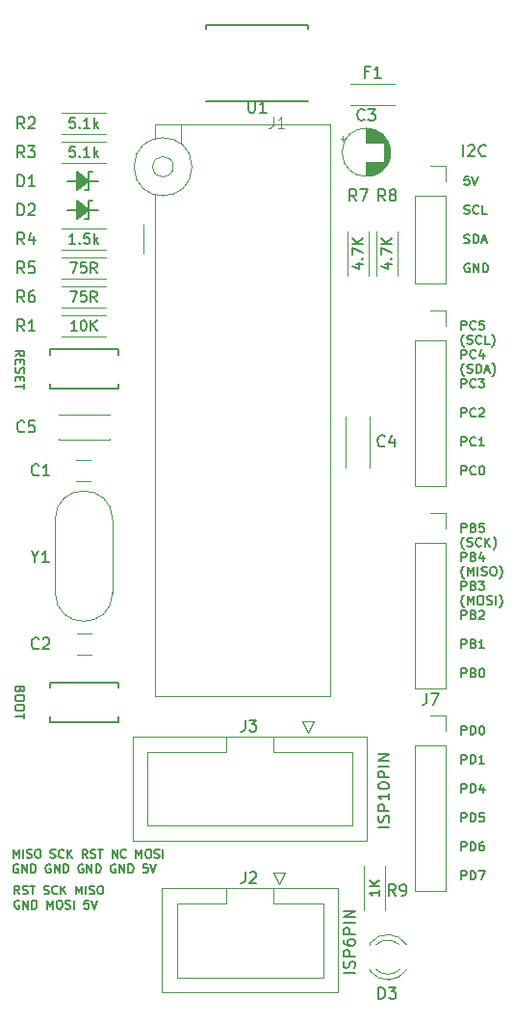
<source format=gto>
G04 #@! TF.GenerationSoftware,KiCad,Pcbnew,(5.1.7-0-10_14)*
G04 #@! TF.CreationDate,2020-11-10T17:03:04+01:00*
G04 #@! TF.ProjectId,328p-standalone,33323870-2d73-4746-916e-64616c6f6e65,rev?*
G04 #@! TF.SameCoordinates,Original*
G04 #@! TF.FileFunction,Legend,Top*
G04 #@! TF.FilePolarity,Positive*
%FSLAX46Y46*%
G04 Gerber Fmt 4.6, Leading zero omitted, Abs format (unit mm)*
G04 Created by KiCad (PCBNEW (5.1.7-0-10_14)) date 2020-11-10 17:03:04*
%MOMM*%
%LPD*%
G01*
G04 APERTURE LIST*
%ADD10C,0.153000*%
%ADD11C,0.150000*%
%ADD12C,0.200000*%
%ADD13C,0.120000*%
%ADD14C,0.050000*%
G04 APERTURE END LIST*
D10*
X68006592Y-166750285D02*
X67756592Y-166393142D01*
X67578021Y-166750285D02*
X67578021Y-166000285D01*
X67863735Y-166000285D01*
X67935164Y-166036000D01*
X67970878Y-166071714D01*
X68006592Y-166143142D01*
X68006592Y-166250285D01*
X67970878Y-166321714D01*
X67935164Y-166357428D01*
X67863735Y-166393142D01*
X67578021Y-166393142D01*
X68292307Y-166714571D02*
X68399450Y-166750285D01*
X68578021Y-166750285D01*
X68649450Y-166714571D01*
X68685164Y-166678857D01*
X68720878Y-166607428D01*
X68720878Y-166536000D01*
X68685164Y-166464571D01*
X68649450Y-166428857D01*
X68578021Y-166393142D01*
X68435164Y-166357428D01*
X68363735Y-166321714D01*
X68328021Y-166286000D01*
X68292307Y-166214571D01*
X68292307Y-166143142D01*
X68328021Y-166071714D01*
X68363735Y-166036000D01*
X68435164Y-166000285D01*
X68613735Y-166000285D01*
X68720878Y-166036000D01*
X68935164Y-166000285D02*
X69363735Y-166000285D01*
X69149450Y-166750285D02*
X69149450Y-166000285D01*
X70149450Y-166714571D02*
X70256592Y-166750285D01*
X70435164Y-166750285D01*
X70506592Y-166714571D01*
X70542307Y-166678857D01*
X70578021Y-166607428D01*
X70578021Y-166536000D01*
X70542307Y-166464571D01*
X70506592Y-166428857D01*
X70435164Y-166393142D01*
X70292307Y-166357428D01*
X70220878Y-166321714D01*
X70185164Y-166286000D01*
X70149450Y-166214571D01*
X70149450Y-166143142D01*
X70185164Y-166071714D01*
X70220878Y-166036000D01*
X70292307Y-166000285D01*
X70470878Y-166000285D01*
X70578021Y-166036000D01*
X71328021Y-166678857D02*
X71292307Y-166714571D01*
X71185164Y-166750285D01*
X71113735Y-166750285D01*
X71006592Y-166714571D01*
X70935164Y-166643142D01*
X70899450Y-166571714D01*
X70863735Y-166428857D01*
X70863735Y-166321714D01*
X70899450Y-166178857D01*
X70935164Y-166107428D01*
X71006592Y-166036000D01*
X71113735Y-166000285D01*
X71185164Y-166000285D01*
X71292307Y-166036000D01*
X71328021Y-166071714D01*
X71649450Y-166750285D02*
X71649450Y-166000285D01*
X72078021Y-166750285D02*
X71756592Y-166321714D01*
X72078021Y-166000285D02*
X71649450Y-166428857D01*
X72970878Y-166750285D02*
X72970878Y-166000285D01*
X73220878Y-166536000D01*
X73470878Y-166000285D01*
X73470878Y-166750285D01*
X73828021Y-166750285D02*
X73828021Y-166000285D01*
X74149450Y-166714571D02*
X74256592Y-166750285D01*
X74435164Y-166750285D01*
X74506592Y-166714571D01*
X74542307Y-166678857D01*
X74578021Y-166607428D01*
X74578021Y-166536000D01*
X74542307Y-166464571D01*
X74506592Y-166428857D01*
X74435164Y-166393142D01*
X74292307Y-166357428D01*
X74220878Y-166321714D01*
X74185164Y-166286000D01*
X74149450Y-166214571D01*
X74149450Y-166143142D01*
X74185164Y-166071714D01*
X74220878Y-166036000D01*
X74292307Y-166000285D01*
X74470878Y-166000285D01*
X74578021Y-166036000D01*
X75042307Y-166000285D02*
X75185164Y-166000285D01*
X75256592Y-166036000D01*
X75328021Y-166107428D01*
X75363735Y-166250285D01*
X75363735Y-166500285D01*
X75328021Y-166643142D01*
X75256592Y-166714571D01*
X75185164Y-166750285D01*
X75042307Y-166750285D01*
X74970878Y-166714571D01*
X74899450Y-166643142D01*
X74863735Y-166500285D01*
X74863735Y-166250285D01*
X74899450Y-166107428D01*
X74970878Y-166036000D01*
X75042307Y-166000285D01*
X67970878Y-167314000D02*
X67899450Y-167278285D01*
X67792307Y-167278285D01*
X67685164Y-167314000D01*
X67613735Y-167385428D01*
X67578021Y-167456857D01*
X67542307Y-167599714D01*
X67542307Y-167706857D01*
X67578021Y-167849714D01*
X67613735Y-167921142D01*
X67685164Y-167992571D01*
X67792307Y-168028285D01*
X67863735Y-168028285D01*
X67970878Y-167992571D01*
X68006592Y-167956857D01*
X68006592Y-167706857D01*
X67863735Y-167706857D01*
X68328021Y-168028285D02*
X68328021Y-167278285D01*
X68756592Y-168028285D01*
X68756592Y-167278285D01*
X69113735Y-168028285D02*
X69113735Y-167278285D01*
X69292307Y-167278285D01*
X69399450Y-167314000D01*
X69470878Y-167385428D01*
X69506592Y-167456857D01*
X69542307Y-167599714D01*
X69542307Y-167706857D01*
X69506592Y-167849714D01*
X69470878Y-167921142D01*
X69399450Y-167992571D01*
X69292307Y-168028285D01*
X69113735Y-168028285D01*
X70435164Y-168028285D02*
X70435164Y-167278285D01*
X70685164Y-167814000D01*
X70935164Y-167278285D01*
X70935164Y-168028285D01*
X71435164Y-167278285D02*
X71578021Y-167278285D01*
X71649450Y-167314000D01*
X71720878Y-167385428D01*
X71756592Y-167528285D01*
X71756592Y-167778285D01*
X71720878Y-167921142D01*
X71649450Y-167992571D01*
X71578021Y-168028285D01*
X71435164Y-168028285D01*
X71363735Y-167992571D01*
X71292307Y-167921142D01*
X71256592Y-167778285D01*
X71256592Y-167528285D01*
X71292307Y-167385428D01*
X71363735Y-167314000D01*
X71435164Y-167278285D01*
X72042307Y-167992571D02*
X72149450Y-168028285D01*
X72328021Y-168028285D01*
X72399450Y-167992571D01*
X72435164Y-167956857D01*
X72470878Y-167885428D01*
X72470878Y-167814000D01*
X72435164Y-167742571D01*
X72399450Y-167706857D01*
X72328021Y-167671142D01*
X72185164Y-167635428D01*
X72113735Y-167599714D01*
X72078021Y-167564000D01*
X72042307Y-167492571D01*
X72042307Y-167421142D01*
X72078021Y-167349714D01*
X72113735Y-167314000D01*
X72185164Y-167278285D01*
X72363735Y-167278285D01*
X72470878Y-167314000D01*
X72792307Y-168028285D02*
X72792307Y-167278285D01*
X74078021Y-167278285D02*
X73720878Y-167278285D01*
X73685164Y-167635428D01*
X73720878Y-167599714D01*
X73792307Y-167564000D01*
X73970878Y-167564000D01*
X74042307Y-167599714D01*
X74078021Y-167635428D01*
X74113735Y-167706857D01*
X74113735Y-167885428D01*
X74078021Y-167956857D01*
X74042307Y-167992571D01*
X73970878Y-168028285D01*
X73792307Y-168028285D01*
X73720878Y-167992571D01*
X73685164Y-167956857D01*
X74328021Y-167278285D02*
X74578021Y-168028285D01*
X74828021Y-167278285D01*
X67478021Y-163575285D02*
X67478021Y-162825285D01*
X67728021Y-163361000D01*
X67978021Y-162825285D01*
X67978021Y-163575285D01*
X68335164Y-163575285D02*
X68335164Y-162825285D01*
X68656592Y-163539571D02*
X68763735Y-163575285D01*
X68942307Y-163575285D01*
X69013735Y-163539571D01*
X69049450Y-163503857D01*
X69085164Y-163432428D01*
X69085164Y-163361000D01*
X69049450Y-163289571D01*
X69013735Y-163253857D01*
X68942307Y-163218142D01*
X68799450Y-163182428D01*
X68728021Y-163146714D01*
X68692307Y-163111000D01*
X68656592Y-163039571D01*
X68656592Y-162968142D01*
X68692307Y-162896714D01*
X68728021Y-162861000D01*
X68799450Y-162825285D01*
X68978021Y-162825285D01*
X69085164Y-162861000D01*
X69549450Y-162825285D02*
X69692307Y-162825285D01*
X69763735Y-162861000D01*
X69835164Y-162932428D01*
X69870878Y-163075285D01*
X69870878Y-163325285D01*
X69835164Y-163468142D01*
X69763735Y-163539571D01*
X69692307Y-163575285D01*
X69549450Y-163575285D01*
X69478021Y-163539571D01*
X69406592Y-163468142D01*
X69370878Y-163325285D01*
X69370878Y-163075285D01*
X69406592Y-162932428D01*
X69478021Y-162861000D01*
X69549450Y-162825285D01*
X70728021Y-163539571D02*
X70835164Y-163575285D01*
X71013735Y-163575285D01*
X71085164Y-163539571D01*
X71120878Y-163503857D01*
X71156592Y-163432428D01*
X71156592Y-163361000D01*
X71120878Y-163289571D01*
X71085164Y-163253857D01*
X71013735Y-163218142D01*
X70870878Y-163182428D01*
X70799450Y-163146714D01*
X70763735Y-163111000D01*
X70728021Y-163039571D01*
X70728021Y-162968142D01*
X70763735Y-162896714D01*
X70799450Y-162861000D01*
X70870878Y-162825285D01*
X71049450Y-162825285D01*
X71156592Y-162861000D01*
X71906592Y-163503857D02*
X71870878Y-163539571D01*
X71763735Y-163575285D01*
X71692307Y-163575285D01*
X71585164Y-163539571D01*
X71513735Y-163468142D01*
X71478021Y-163396714D01*
X71442307Y-163253857D01*
X71442307Y-163146714D01*
X71478021Y-163003857D01*
X71513735Y-162932428D01*
X71585164Y-162861000D01*
X71692307Y-162825285D01*
X71763735Y-162825285D01*
X71870878Y-162861000D01*
X71906592Y-162896714D01*
X72228021Y-163575285D02*
X72228021Y-162825285D01*
X72656592Y-163575285D02*
X72335164Y-163146714D01*
X72656592Y-162825285D02*
X72228021Y-163253857D01*
X73978021Y-163575285D02*
X73728021Y-163218142D01*
X73549450Y-163575285D02*
X73549450Y-162825285D01*
X73835164Y-162825285D01*
X73906592Y-162861000D01*
X73942307Y-162896714D01*
X73978021Y-162968142D01*
X73978021Y-163075285D01*
X73942307Y-163146714D01*
X73906592Y-163182428D01*
X73835164Y-163218142D01*
X73549450Y-163218142D01*
X74263735Y-163539571D02*
X74370878Y-163575285D01*
X74549450Y-163575285D01*
X74620878Y-163539571D01*
X74656592Y-163503857D01*
X74692307Y-163432428D01*
X74692307Y-163361000D01*
X74656592Y-163289571D01*
X74620878Y-163253857D01*
X74549450Y-163218142D01*
X74406592Y-163182428D01*
X74335164Y-163146714D01*
X74299450Y-163111000D01*
X74263735Y-163039571D01*
X74263735Y-162968142D01*
X74299450Y-162896714D01*
X74335164Y-162861000D01*
X74406592Y-162825285D01*
X74585164Y-162825285D01*
X74692307Y-162861000D01*
X74906592Y-162825285D02*
X75335164Y-162825285D01*
X75120878Y-163575285D02*
X75120878Y-162825285D01*
X76156592Y-163575285D02*
X76156592Y-162825285D01*
X76585164Y-163575285D01*
X76585164Y-162825285D01*
X77370878Y-163503857D02*
X77335164Y-163539571D01*
X77228021Y-163575285D01*
X77156592Y-163575285D01*
X77049450Y-163539571D01*
X76978021Y-163468142D01*
X76942307Y-163396714D01*
X76906592Y-163253857D01*
X76906592Y-163146714D01*
X76942307Y-163003857D01*
X76978021Y-162932428D01*
X77049450Y-162861000D01*
X77156592Y-162825285D01*
X77228021Y-162825285D01*
X77335164Y-162861000D01*
X77370878Y-162896714D01*
X78263735Y-163575285D02*
X78263735Y-162825285D01*
X78513735Y-163361000D01*
X78763735Y-162825285D01*
X78763735Y-163575285D01*
X79263735Y-162825285D02*
X79406592Y-162825285D01*
X79478021Y-162861000D01*
X79549450Y-162932428D01*
X79585164Y-163075285D01*
X79585164Y-163325285D01*
X79549450Y-163468142D01*
X79478021Y-163539571D01*
X79406592Y-163575285D01*
X79263735Y-163575285D01*
X79192307Y-163539571D01*
X79120878Y-163468142D01*
X79085164Y-163325285D01*
X79085164Y-163075285D01*
X79120878Y-162932428D01*
X79192307Y-162861000D01*
X79263735Y-162825285D01*
X79870878Y-163539571D02*
X79978021Y-163575285D01*
X80156592Y-163575285D01*
X80228021Y-163539571D01*
X80263735Y-163503857D01*
X80299450Y-163432428D01*
X80299450Y-163361000D01*
X80263735Y-163289571D01*
X80228021Y-163253857D01*
X80156592Y-163218142D01*
X80013735Y-163182428D01*
X79942307Y-163146714D01*
X79906592Y-163111000D01*
X79870878Y-163039571D01*
X79870878Y-162968142D01*
X79906592Y-162896714D01*
X79942307Y-162861000D01*
X80013735Y-162825285D01*
X80192307Y-162825285D01*
X80299450Y-162861000D01*
X80620878Y-163575285D02*
X80620878Y-162825285D01*
X67870878Y-164139000D02*
X67799450Y-164103285D01*
X67692307Y-164103285D01*
X67585164Y-164139000D01*
X67513735Y-164210428D01*
X67478021Y-164281857D01*
X67442307Y-164424714D01*
X67442307Y-164531857D01*
X67478021Y-164674714D01*
X67513735Y-164746142D01*
X67585164Y-164817571D01*
X67692307Y-164853285D01*
X67763735Y-164853285D01*
X67870878Y-164817571D01*
X67906592Y-164781857D01*
X67906592Y-164531857D01*
X67763735Y-164531857D01*
X68228021Y-164853285D02*
X68228021Y-164103285D01*
X68656592Y-164853285D01*
X68656592Y-164103285D01*
X69013735Y-164853285D02*
X69013735Y-164103285D01*
X69192307Y-164103285D01*
X69299450Y-164139000D01*
X69370878Y-164210428D01*
X69406592Y-164281857D01*
X69442307Y-164424714D01*
X69442307Y-164531857D01*
X69406592Y-164674714D01*
X69370878Y-164746142D01*
X69299450Y-164817571D01*
X69192307Y-164853285D01*
X69013735Y-164853285D01*
X70728021Y-164139000D02*
X70656592Y-164103285D01*
X70549450Y-164103285D01*
X70442307Y-164139000D01*
X70370878Y-164210428D01*
X70335164Y-164281857D01*
X70299450Y-164424714D01*
X70299450Y-164531857D01*
X70335164Y-164674714D01*
X70370878Y-164746142D01*
X70442307Y-164817571D01*
X70549450Y-164853285D01*
X70620878Y-164853285D01*
X70728021Y-164817571D01*
X70763735Y-164781857D01*
X70763735Y-164531857D01*
X70620878Y-164531857D01*
X71085164Y-164853285D02*
X71085164Y-164103285D01*
X71513735Y-164853285D01*
X71513735Y-164103285D01*
X71870878Y-164853285D02*
X71870878Y-164103285D01*
X72049450Y-164103285D01*
X72156592Y-164139000D01*
X72228021Y-164210428D01*
X72263735Y-164281857D01*
X72299450Y-164424714D01*
X72299450Y-164531857D01*
X72263735Y-164674714D01*
X72228021Y-164746142D01*
X72156592Y-164817571D01*
X72049450Y-164853285D01*
X71870878Y-164853285D01*
X73585164Y-164139000D02*
X73513735Y-164103285D01*
X73406592Y-164103285D01*
X73299450Y-164139000D01*
X73228021Y-164210428D01*
X73192307Y-164281857D01*
X73156592Y-164424714D01*
X73156592Y-164531857D01*
X73192307Y-164674714D01*
X73228021Y-164746142D01*
X73299450Y-164817571D01*
X73406592Y-164853285D01*
X73478021Y-164853285D01*
X73585164Y-164817571D01*
X73620878Y-164781857D01*
X73620878Y-164531857D01*
X73478021Y-164531857D01*
X73942307Y-164853285D02*
X73942307Y-164103285D01*
X74370878Y-164853285D01*
X74370878Y-164103285D01*
X74728021Y-164853285D02*
X74728021Y-164103285D01*
X74906592Y-164103285D01*
X75013735Y-164139000D01*
X75085164Y-164210428D01*
X75120878Y-164281857D01*
X75156592Y-164424714D01*
X75156592Y-164531857D01*
X75120878Y-164674714D01*
X75085164Y-164746142D01*
X75013735Y-164817571D01*
X74906592Y-164853285D01*
X74728021Y-164853285D01*
X76442307Y-164139000D02*
X76370878Y-164103285D01*
X76263735Y-164103285D01*
X76156592Y-164139000D01*
X76085164Y-164210428D01*
X76049450Y-164281857D01*
X76013735Y-164424714D01*
X76013735Y-164531857D01*
X76049450Y-164674714D01*
X76085164Y-164746142D01*
X76156592Y-164817571D01*
X76263735Y-164853285D01*
X76335164Y-164853285D01*
X76442307Y-164817571D01*
X76478021Y-164781857D01*
X76478021Y-164531857D01*
X76335164Y-164531857D01*
X76799450Y-164853285D02*
X76799450Y-164103285D01*
X77228021Y-164853285D01*
X77228021Y-164103285D01*
X77585164Y-164853285D02*
X77585164Y-164103285D01*
X77763735Y-164103285D01*
X77870878Y-164139000D01*
X77942307Y-164210428D01*
X77978021Y-164281857D01*
X78013735Y-164424714D01*
X78013735Y-164531857D01*
X77978021Y-164674714D01*
X77942307Y-164746142D01*
X77870878Y-164817571D01*
X77763735Y-164853285D01*
X77585164Y-164853285D01*
X79263735Y-164103285D02*
X78906592Y-164103285D01*
X78870878Y-164460428D01*
X78906592Y-164424714D01*
X78978021Y-164389000D01*
X79156592Y-164389000D01*
X79228021Y-164424714D01*
X79263735Y-164460428D01*
X79299450Y-164531857D01*
X79299450Y-164710428D01*
X79263735Y-164781857D01*
X79228021Y-164817571D01*
X79156592Y-164853285D01*
X78978021Y-164853285D01*
X78906592Y-164817571D01*
X78870878Y-164781857D01*
X79513735Y-164103285D02*
X79763735Y-164853285D01*
X80013735Y-164103285D01*
D11*
X106867976Y-117154285D02*
X106867976Y-116404285D01*
X107172738Y-116404285D01*
X107248928Y-116440000D01*
X107287023Y-116475714D01*
X107325119Y-116547142D01*
X107325119Y-116654285D01*
X107287023Y-116725714D01*
X107248928Y-116761428D01*
X107172738Y-116797142D01*
X106867976Y-116797142D01*
X108125119Y-117082857D02*
X108087023Y-117118571D01*
X107972738Y-117154285D01*
X107896547Y-117154285D01*
X107782261Y-117118571D01*
X107706071Y-117047142D01*
X107667976Y-116975714D01*
X107629880Y-116832857D01*
X107629880Y-116725714D01*
X107667976Y-116582857D01*
X107706071Y-116511428D01*
X107782261Y-116440000D01*
X107896547Y-116404285D01*
X107972738Y-116404285D01*
X108087023Y-116440000D01*
X108125119Y-116475714D01*
X108848928Y-116404285D02*
X108467976Y-116404285D01*
X108429880Y-116761428D01*
X108467976Y-116725714D01*
X108544166Y-116690000D01*
X108734642Y-116690000D01*
X108810833Y-116725714D01*
X108848928Y-116761428D01*
X108887023Y-116832857D01*
X108887023Y-117011428D01*
X108848928Y-117082857D01*
X108810833Y-117118571D01*
X108734642Y-117154285D01*
X108544166Y-117154285D01*
X108467976Y-117118571D01*
X108429880Y-117082857D01*
X107096547Y-118715000D02*
X107058452Y-118679285D01*
X106982261Y-118572142D01*
X106944166Y-118500714D01*
X106906071Y-118393571D01*
X106867976Y-118215000D01*
X106867976Y-118072142D01*
X106906071Y-117893571D01*
X106944166Y-117786428D01*
X106982261Y-117715000D01*
X107058452Y-117607857D01*
X107096547Y-117572142D01*
X107363214Y-118393571D02*
X107477500Y-118429285D01*
X107667976Y-118429285D01*
X107744166Y-118393571D01*
X107782261Y-118357857D01*
X107820357Y-118286428D01*
X107820357Y-118215000D01*
X107782261Y-118143571D01*
X107744166Y-118107857D01*
X107667976Y-118072142D01*
X107515595Y-118036428D01*
X107439404Y-118000714D01*
X107401309Y-117965000D01*
X107363214Y-117893571D01*
X107363214Y-117822142D01*
X107401309Y-117750714D01*
X107439404Y-117715000D01*
X107515595Y-117679285D01*
X107706071Y-117679285D01*
X107820357Y-117715000D01*
X108620357Y-118357857D02*
X108582261Y-118393571D01*
X108467976Y-118429285D01*
X108391785Y-118429285D01*
X108277500Y-118393571D01*
X108201309Y-118322142D01*
X108163214Y-118250714D01*
X108125119Y-118107857D01*
X108125119Y-118000714D01*
X108163214Y-117857857D01*
X108201309Y-117786428D01*
X108277500Y-117715000D01*
X108391785Y-117679285D01*
X108467976Y-117679285D01*
X108582261Y-117715000D01*
X108620357Y-117750714D01*
X109344166Y-118429285D02*
X108963214Y-118429285D01*
X108963214Y-117679285D01*
X109534642Y-118715000D02*
X109572738Y-118679285D01*
X109648928Y-118572142D01*
X109687023Y-118500714D01*
X109725119Y-118393571D01*
X109763214Y-118215000D01*
X109763214Y-118072142D01*
X109725119Y-117893571D01*
X109687023Y-117786428D01*
X109648928Y-117715000D01*
X109572738Y-117607857D01*
X109534642Y-117572142D01*
X106867976Y-119704285D02*
X106867976Y-118954285D01*
X107172738Y-118954285D01*
X107248928Y-118990000D01*
X107287023Y-119025714D01*
X107325119Y-119097142D01*
X107325119Y-119204285D01*
X107287023Y-119275714D01*
X107248928Y-119311428D01*
X107172738Y-119347142D01*
X106867976Y-119347142D01*
X108125119Y-119632857D02*
X108087023Y-119668571D01*
X107972738Y-119704285D01*
X107896547Y-119704285D01*
X107782261Y-119668571D01*
X107706071Y-119597142D01*
X107667976Y-119525714D01*
X107629880Y-119382857D01*
X107629880Y-119275714D01*
X107667976Y-119132857D01*
X107706071Y-119061428D01*
X107782261Y-118990000D01*
X107896547Y-118954285D01*
X107972738Y-118954285D01*
X108087023Y-118990000D01*
X108125119Y-119025714D01*
X108810833Y-119204285D02*
X108810833Y-119704285D01*
X108620357Y-118918571D02*
X108429880Y-119454285D01*
X108925119Y-119454285D01*
X107096547Y-121265000D02*
X107058452Y-121229285D01*
X106982261Y-121122142D01*
X106944166Y-121050714D01*
X106906071Y-120943571D01*
X106867976Y-120765000D01*
X106867976Y-120622142D01*
X106906071Y-120443571D01*
X106944166Y-120336428D01*
X106982261Y-120265000D01*
X107058452Y-120157857D01*
X107096547Y-120122142D01*
X107363214Y-120943571D02*
X107477500Y-120979285D01*
X107667976Y-120979285D01*
X107744166Y-120943571D01*
X107782261Y-120907857D01*
X107820357Y-120836428D01*
X107820357Y-120765000D01*
X107782261Y-120693571D01*
X107744166Y-120657857D01*
X107667976Y-120622142D01*
X107515595Y-120586428D01*
X107439404Y-120550714D01*
X107401309Y-120515000D01*
X107363214Y-120443571D01*
X107363214Y-120372142D01*
X107401309Y-120300714D01*
X107439404Y-120265000D01*
X107515595Y-120229285D01*
X107706071Y-120229285D01*
X107820357Y-120265000D01*
X108163214Y-120979285D02*
X108163214Y-120229285D01*
X108353690Y-120229285D01*
X108467976Y-120265000D01*
X108544166Y-120336428D01*
X108582261Y-120407857D01*
X108620357Y-120550714D01*
X108620357Y-120657857D01*
X108582261Y-120800714D01*
X108544166Y-120872142D01*
X108467976Y-120943571D01*
X108353690Y-120979285D01*
X108163214Y-120979285D01*
X108925119Y-120765000D02*
X109306071Y-120765000D01*
X108848928Y-120979285D02*
X109115595Y-120229285D01*
X109382261Y-120979285D01*
X109572738Y-121265000D02*
X109610833Y-121229285D01*
X109687023Y-121122142D01*
X109725119Y-121050714D01*
X109763214Y-120943571D01*
X109801309Y-120765000D01*
X109801309Y-120622142D01*
X109763214Y-120443571D01*
X109725119Y-120336428D01*
X109687023Y-120265000D01*
X109610833Y-120157857D01*
X109572738Y-120122142D01*
X106867976Y-122254285D02*
X106867976Y-121504285D01*
X107172738Y-121504285D01*
X107248928Y-121540000D01*
X107287023Y-121575714D01*
X107325119Y-121647142D01*
X107325119Y-121754285D01*
X107287023Y-121825714D01*
X107248928Y-121861428D01*
X107172738Y-121897142D01*
X106867976Y-121897142D01*
X108125119Y-122182857D02*
X108087023Y-122218571D01*
X107972738Y-122254285D01*
X107896547Y-122254285D01*
X107782261Y-122218571D01*
X107706071Y-122147142D01*
X107667976Y-122075714D01*
X107629880Y-121932857D01*
X107629880Y-121825714D01*
X107667976Y-121682857D01*
X107706071Y-121611428D01*
X107782261Y-121540000D01*
X107896547Y-121504285D01*
X107972738Y-121504285D01*
X108087023Y-121540000D01*
X108125119Y-121575714D01*
X108391785Y-121504285D02*
X108887023Y-121504285D01*
X108620357Y-121790000D01*
X108734642Y-121790000D01*
X108810833Y-121825714D01*
X108848928Y-121861428D01*
X108887023Y-121932857D01*
X108887023Y-122111428D01*
X108848928Y-122182857D01*
X108810833Y-122218571D01*
X108734642Y-122254285D01*
X108506071Y-122254285D01*
X108429880Y-122218571D01*
X108391785Y-122182857D01*
X106867976Y-124804285D02*
X106867976Y-124054285D01*
X107172738Y-124054285D01*
X107248928Y-124090000D01*
X107287023Y-124125714D01*
X107325119Y-124197142D01*
X107325119Y-124304285D01*
X107287023Y-124375714D01*
X107248928Y-124411428D01*
X107172738Y-124447142D01*
X106867976Y-124447142D01*
X108125119Y-124732857D02*
X108087023Y-124768571D01*
X107972738Y-124804285D01*
X107896547Y-124804285D01*
X107782261Y-124768571D01*
X107706071Y-124697142D01*
X107667976Y-124625714D01*
X107629880Y-124482857D01*
X107629880Y-124375714D01*
X107667976Y-124232857D01*
X107706071Y-124161428D01*
X107782261Y-124090000D01*
X107896547Y-124054285D01*
X107972738Y-124054285D01*
X108087023Y-124090000D01*
X108125119Y-124125714D01*
X108429880Y-124125714D02*
X108467976Y-124090000D01*
X108544166Y-124054285D01*
X108734642Y-124054285D01*
X108810833Y-124090000D01*
X108848928Y-124125714D01*
X108887023Y-124197142D01*
X108887023Y-124268571D01*
X108848928Y-124375714D01*
X108391785Y-124804285D01*
X108887023Y-124804285D01*
X106867976Y-127354285D02*
X106867976Y-126604285D01*
X107172738Y-126604285D01*
X107248928Y-126640000D01*
X107287023Y-126675714D01*
X107325119Y-126747142D01*
X107325119Y-126854285D01*
X107287023Y-126925714D01*
X107248928Y-126961428D01*
X107172738Y-126997142D01*
X106867976Y-126997142D01*
X108125119Y-127282857D02*
X108087023Y-127318571D01*
X107972738Y-127354285D01*
X107896547Y-127354285D01*
X107782261Y-127318571D01*
X107706071Y-127247142D01*
X107667976Y-127175714D01*
X107629880Y-127032857D01*
X107629880Y-126925714D01*
X107667976Y-126782857D01*
X107706071Y-126711428D01*
X107782261Y-126640000D01*
X107896547Y-126604285D01*
X107972738Y-126604285D01*
X108087023Y-126640000D01*
X108125119Y-126675714D01*
X108887023Y-127354285D02*
X108429880Y-127354285D01*
X108658452Y-127354285D02*
X108658452Y-126604285D01*
X108582261Y-126711428D01*
X108506071Y-126782857D01*
X108429880Y-126818571D01*
X106867976Y-129904285D02*
X106867976Y-129154285D01*
X107172738Y-129154285D01*
X107248928Y-129190000D01*
X107287023Y-129225714D01*
X107325119Y-129297142D01*
X107325119Y-129404285D01*
X107287023Y-129475714D01*
X107248928Y-129511428D01*
X107172738Y-129547142D01*
X106867976Y-129547142D01*
X108125119Y-129832857D02*
X108087023Y-129868571D01*
X107972738Y-129904285D01*
X107896547Y-129904285D01*
X107782261Y-129868571D01*
X107706071Y-129797142D01*
X107667976Y-129725714D01*
X107629880Y-129582857D01*
X107629880Y-129475714D01*
X107667976Y-129332857D01*
X107706071Y-129261428D01*
X107782261Y-129190000D01*
X107896547Y-129154285D01*
X107972738Y-129154285D01*
X108087023Y-129190000D01*
X108125119Y-129225714D01*
X108620357Y-129154285D02*
X108696547Y-129154285D01*
X108772738Y-129190000D01*
X108810833Y-129225714D01*
X108848928Y-129297142D01*
X108887023Y-129440000D01*
X108887023Y-129618571D01*
X108848928Y-129761428D01*
X108810833Y-129832857D01*
X108772738Y-129868571D01*
X108696547Y-129904285D01*
X108620357Y-129904285D01*
X108544166Y-129868571D01*
X108506071Y-129832857D01*
X108467976Y-129761428D01*
X108429880Y-129618571D01*
X108429880Y-129440000D01*
X108467976Y-129297142D01*
X108506071Y-129225714D01*
X108544166Y-129190000D01*
X108620357Y-129154285D01*
X106867976Y-134934285D02*
X106867976Y-134184285D01*
X107172738Y-134184285D01*
X107248928Y-134220000D01*
X107287023Y-134255714D01*
X107325119Y-134327142D01*
X107325119Y-134434285D01*
X107287023Y-134505714D01*
X107248928Y-134541428D01*
X107172738Y-134577142D01*
X106867976Y-134577142D01*
X107934642Y-134541428D02*
X108048928Y-134577142D01*
X108087023Y-134612857D01*
X108125119Y-134684285D01*
X108125119Y-134791428D01*
X108087023Y-134862857D01*
X108048928Y-134898571D01*
X107972738Y-134934285D01*
X107667976Y-134934285D01*
X107667976Y-134184285D01*
X107934642Y-134184285D01*
X108010833Y-134220000D01*
X108048928Y-134255714D01*
X108087023Y-134327142D01*
X108087023Y-134398571D01*
X108048928Y-134470000D01*
X108010833Y-134505714D01*
X107934642Y-134541428D01*
X107667976Y-134541428D01*
X108848928Y-134184285D02*
X108467976Y-134184285D01*
X108429880Y-134541428D01*
X108467976Y-134505714D01*
X108544166Y-134470000D01*
X108734642Y-134470000D01*
X108810833Y-134505714D01*
X108848928Y-134541428D01*
X108887023Y-134612857D01*
X108887023Y-134791428D01*
X108848928Y-134862857D01*
X108810833Y-134898571D01*
X108734642Y-134934285D01*
X108544166Y-134934285D01*
X108467976Y-134898571D01*
X108429880Y-134862857D01*
X107096547Y-136495000D02*
X107058452Y-136459285D01*
X106982261Y-136352142D01*
X106944166Y-136280714D01*
X106906071Y-136173571D01*
X106867976Y-135995000D01*
X106867976Y-135852142D01*
X106906071Y-135673571D01*
X106944166Y-135566428D01*
X106982261Y-135495000D01*
X107058452Y-135387857D01*
X107096547Y-135352142D01*
X107363214Y-136173571D02*
X107477500Y-136209285D01*
X107667976Y-136209285D01*
X107744166Y-136173571D01*
X107782261Y-136137857D01*
X107820357Y-136066428D01*
X107820357Y-135995000D01*
X107782261Y-135923571D01*
X107744166Y-135887857D01*
X107667976Y-135852142D01*
X107515595Y-135816428D01*
X107439404Y-135780714D01*
X107401309Y-135745000D01*
X107363214Y-135673571D01*
X107363214Y-135602142D01*
X107401309Y-135530714D01*
X107439404Y-135495000D01*
X107515595Y-135459285D01*
X107706071Y-135459285D01*
X107820357Y-135495000D01*
X108620357Y-136137857D02*
X108582261Y-136173571D01*
X108467976Y-136209285D01*
X108391785Y-136209285D01*
X108277500Y-136173571D01*
X108201309Y-136102142D01*
X108163214Y-136030714D01*
X108125119Y-135887857D01*
X108125119Y-135780714D01*
X108163214Y-135637857D01*
X108201309Y-135566428D01*
X108277500Y-135495000D01*
X108391785Y-135459285D01*
X108467976Y-135459285D01*
X108582261Y-135495000D01*
X108620357Y-135530714D01*
X108963214Y-136209285D02*
X108963214Y-135459285D01*
X109420357Y-136209285D02*
X109077500Y-135780714D01*
X109420357Y-135459285D02*
X108963214Y-135887857D01*
X109687023Y-136495000D02*
X109725119Y-136459285D01*
X109801309Y-136352142D01*
X109839404Y-136280714D01*
X109877500Y-136173571D01*
X109915595Y-135995000D01*
X109915595Y-135852142D01*
X109877500Y-135673571D01*
X109839404Y-135566428D01*
X109801309Y-135495000D01*
X109725119Y-135387857D01*
X109687023Y-135352142D01*
X106867976Y-137484285D02*
X106867976Y-136734285D01*
X107172738Y-136734285D01*
X107248928Y-136770000D01*
X107287023Y-136805714D01*
X107325119Y-136877142D01*
X107325119Y-136984285D01*
X107287023Y-137055714D01*
X107248928Y-137091428D01*
X107172738Y-137127142D01*
X106867976Y-137127142D01*
X107934642Y-137091428D02*
X108048928Y-137127142D01*
X108087023Y-137162857D01*
X108125119Y-137234285D01*
X108125119Y-137341428D01*
X108087023Y-137412857D01*
X108048928Y-137448571D01*
X107972738Y-137484285D01*
X107667976Y-137484285D01*
X107667976Y-136734285D01*
X107934642Y-136734285D01*
X108010833Y-136770000D01*
X108048928Y-136805714D01*
X108087023Y-136877142D01*
X108087023Y-136948571D01*
X108048928Y-137020000D01*
X108010833Y-137055714D01*
X107934642Y-137091428D01*
X107667976Y-137091428D01*
X108810833Y-136984285D02*
X108810833Y-137484285D01*
X108620357Y-136698571D02*
X108429880Y-137234285D01*
X108925119Y-137234285D01*
X107096547Y-139045000D02*
X107058452Y-139009285D01*
X106982261Y-138902142D01*
X106944166Y-138830714D01*
X106906071Y-138723571D01*
X106867976Y-138545000D01*
X106867976Y-138402142D01*
X106906071Y-138223571D01*
X106944166Y-138116428D01*
X106982261Y-138045000D01*
X107058452Y-137937857D01*
X107096547Y-137902142D01*
X107401309Y-138759285D02*
X107401309Y-138009285D01*
X107667976Y-138545000D01*
X107934642Y-138009285D01*
X107934642Y-138759285D01*
X108315595Y-138759285D02*
X108315595Y-138009285D01*
X108658452Y-138723571D02*
X108772738Y-138759285D01*
X108963214Y-138759285D01*
X109039404Y-138723571D01*
X109077500Y-138687857D01*
X109115595Y-138616428D01*
X109115595Y-138545000D01*
X109077500Y-138473571D01*
X109039404Y-138437857D01*
X108963214Y-138402142D01*
X108810833Y-138366428D01*
X108734642Y-138330714D01*
X108696547Y-138295000D01*
X108658452Y-138223571D01*
X108658452Y-138152142D01*
X108696547Y-138080714D01*
X108734642Y-138045000D01*
X108810833Y-138009285D01*
X109001309Y-138009285D01*
X109115595Y-138045000D01*
X109610833Y-138009285D02*
X109763214Y-138009285D01*
X109839404Y-138045000D01*
X109915595Y-138116428D01*
X109953690Y-138259285D01*
X109953690Y-138509285D01*
X109915595Y-138652142D01*
X109839404Y-138723571D01*
X109763214Y-138759285D01*
X109610833Y-138759285D01*
X109534642Y-138723571D01*
X109458452Y-138652142D01*
X109420357Y-138509285D01*
X109420357Y-138259285D01*
X109458452Y-138116428D01*
X109534642Y-138045000D01*
X109610833Y-138009285D01*
X110220357Y-139045000D02*
X110258452Y-139009285D01*
X110334642Y-138902142D01*
X110372738Y-138830714D01*
X110410833Y-138723571D01*
X110448928Y-138545000D01*
X110448928Y-138402142D01*
X110410833Y-138223571D01*
X110372738Y-138116428D01*
X110334642Y-138045000D01*
X110258452Y-137937857D01*
X110220357Y-137902142D01*
X106867976Y-140034285D02*
X106867976Y-139284285D01*
X107172738Y-139284285D01*
X107248928Y-139320000D01*
X107287023Y-139355714D01*
X107325119Y-139427142D01*
X107325119Y-139534285D01*
X107287023Y-139605714D01*
X107248928Y-139641428D01*
X107172738Y-139677142D01*
X106867976Y-139677142D01*
X107934642Y-139641428D02*
X108048928Y-139677142D01*
X108087023Y-139712857D01*
X108125119Y-139784285D01*
X108125119Y-139891428D01*
X108087023Y-139962857D01*
X108048928Y-139998571D01*
X107972738Y-140034285D01*
X107667976Y-140034285D01*
X107667976Y-139284285D01*
X107934642Y-139284285D01*
X108010833Y-139320000D01*
X108048928Y-139355714D01*
X108087023Y-139427142D01*
X108087023Y-139498571D01*
X108048928Y-139570000D01*
X108010833Y-139605714D01*
X107934642Y-139641428D01*
X107667976Y-139641428D01*
X108391785Y-139284285D02*
X108887023Y-139284285D01*
X108620357Y-139570000D01*
X108734642Y-139570000D01*
X108810833Y-139605714D01*
X108848928Y-139641428D01*
X108887023Y-139712857D01*
X108887023Y-139891428D01*
X108848928Y-139962857D01*
X108810833Y-139998571D01*
X108734642Y-140034285D01*
X108506071Y-140034285D01*
X108429880Y-139998571D01*
X108391785Y-139962857D01*
X107096547Y-141595000D02*
X107058452Y-141559285D01*
X106982261Y-141452142D01*
X106944166Y-141380714D01*
X106906071Y-141273571D01*
X106867976Y-141095000D01*
X106867976Y-140952142D01*
X106906071Y-140773571D01*
X106944166Y-140666428D01*
X106982261Y-140595000D01*
X107058452Y-140487857D01*
X107096547Y-140452142D01*
X107401309Y-141309285D02*
X107401309Y-140559285D01*
X107667976Y-141095000D01*
X107934642Y-140559285D01*
X107934642Y-141309285D01*
X108467976Y-140559285D02*
X108620357Y-140559285D01*
X108696547Y-140595000D01*
X108772738Y-140666428D01*
X108810833Y-140809285D01*
X108810833Y-141059285D01*
X108772738Y-141202142D01*
X108696547Y-141273571D01*
X108620357Y-141309285D01*
X108467976Y-141309285D01*
X108391785Y-141273571D01*
X108315595Y-141202142D01*
X108277500Y-141059285D01*
X108277500Y-140809285D01*
X108315595Y-140666428D01*
X108391785Y-140595000D01*
X108467976Y-140559285D01*
X109115595Y-141273571D02*
X109229880Y-141309285D01*
X109420357Y-141309285D01*
X109496547Y-141273571D01*
X109534642Y-141237857D01*
X109572738Y-141166428D01*
X109572738Y-141095000D01*
X109534642Y-141023571D01*
X109496547Y-140987857D01*
X109420357Y-140952142D01*
X109267976Y-140916428D01*
X109191785Y-140880714D01*
X109153690Y-140845000D01*
X109115595Y-140773571D01*
X109115595Y-140702142D01*
X109153690Y-140630714D01*
X109191785Y-140595000D01*
X109267976Y-140559285D01*
X109458452Y-140559285D01*
X109572738Y-140595000D01*
X109915595Y-141309285D02*
X109915595Y-140559285D01*
X110220357Y-141595000D02*
X110258452Y-141559285D01*
X110334642Y-141452142D01*
X110372738Y-141380714D01*
X110410833Y-141273571D01*
X110448928Y-141095000D01*
X110448928Y-140952142D01*
X110410833Y-140773571D01*
X110372738Y-140666428D01*
X110334642Y-140595000D01*
X110258452Y-140487857D01*
X110220357Y-140452142D01*
X106867976Y-142584285D02*
X106867976Y-141834285D01*
X107172738Y-141834285D01*
X107248928Y-141870000D01*
X107287023Y-141905714D01*
X107325119Y-141977142D01*
X107325119Y-142084285D01*
X107287023Y-142155714D01*
X107248928Y-142191428D01*
X107172738Y-142227142D01*
X106867976Y-142227142D01*
X107934642Y-142191428D02*
X108048928Y-142227142D01*
X108087023Y-142262857D01*
X108125119Y-142334285D01*
X108125119Y-142441428D01*
X108087023Y-142512857D01*
X108048928Y-142548571D01*
X107972738Y-142584285D01*
X107667976Y-142584285D01*
X107667976Y-141834285D01*
X107934642Y-141834285D01*
X108010833Y-141870000D01*
X108048928Y-141905714D01*
X108087023Y-141977142D01*
X108087023Y-142048571D01*
X108048928Y-142120000D01*
X108010833Y-142155714D01*
X107934642Y-142191428D01*
X107667976Y-142191428D01*
X108429880Y-141905714D02*
X108467976Y-141870000D01*
X108544166Y-141834285D01*
X108734642Y-141834285D01*
X108810833Y-141870000D01*
X108848928Y-141905714D01*
X108887023Y-141977142D01*
X108887023Y-142048571D01*
X108848928Y-142155714D01*
X108391785Y-142584285D01*
X108887023Y-142584285D01*
X106867976Y-145134285D02*
X106867976Y-144384285D01*
X107172738Y-144384285D01*
X107248928Y-144420000D01*
X107287023Y-144455714D01*
X107325119Y-144527142D01*
X107325119Y-144634285D01*
X107287023Y-144705714D01*
X107248928Y-144741428D01*
X107172738Y-144777142D01*
X106867976Y-144777142D01*
X107934642Y-144741428D02*
X108048928Y-144777142D01*
X108087023Y-144812857D01*
X108125119Y-144884285D01*
X108125119Y-144991428D01*
X108087023Y-145062857D01*
X108048928Y-145098571D01*
X107972738Y-145134285D01*
X107667976Y-145134285D01*
X107667976Y-144384285D01*
X107934642Y-144384285D01*
X108010833Y-144420000D01*
X108048928Y-144455714D01*
X108087023Y-144527142D01*
X108087023Y-144598571D01*
X108048928Y-144670000D01*
X108010833Y-144705714D01*
X107934642Y-144741428D01*
X107667976Y-144741428D01*
X108887023Y-145134285D02*
X108429880Y-145134285D01*
X108658452Y-145134285D02*
X108658452Y-144384285D01*
X108582261Y-144491428D01*
X108506071Y-144562857D01*
X108429880Y-144598571D01*
X106867976Y-147684285D02*
X106867976Y-146934285D01*
X107172738Y-146934285D01*
X107248928Y-146970000D01*
X107287023Y-147005714D01*
X107325119Y-147077142D01*
X107325119Y-147184285D01*
X107287023Y-147255714D01*
X107248928Y-147291428D01*
X107172738Y-147327142D01*
X106867976Y-147327142D01*
X107934642Y-147291428D02*
X108048928Y-147327142D01*
X108087023Y-147362857D01*
X108125119Y-147434285D01*
X108125119Y-147541428D01*
X108087023Y-147612857D01*
X108048928Y-147648571D01*
X107972738Y-147684285D01*
X107667976Y-147684285D01*
X107667976Y-146934285D01*
X107934642Y-146934285D01*
X108010833Y-146970000D01*
X108048928Y-147005714D01*
X108087023Y-147077142D01*
X108087023Y-147148571D01*
X108048928Y-147220000D01*
X108010833Y-147255714D01*
X107934642Y-147291428D01*
X107667976Y-147291428D01*
X108620357Y-146934285D02*
X108696547Y-146934285D01*
X108772738Y-146970000D01*
X108810833Y-147005714D01*
X108848928Y-147077142D01*
X108887023Y-147220000D01*
X108887023Y-147398571D01*
X108848928Y-147541428D01*
X108810833Y-147612857D01*
X108772738Y-147648571D01*
X108696547Y-147684285D01*
X108620357Y-147684285D01*
X108544166Y-147648571D01*
X108506071Y-147612857D01*
X108467976Y-147541428D01*
X108429880Y-147398571D01*
X108429880Y-147220000D01*
X108467976Y-147077142D01*
X108506071Y-147005714D01*
X108544166Y-146970000D01*
X108620357Y-146934285D01*
X106867976Y-152714285D02*
X106867976Y-151964285D01*
X107172738Y-151964285D01*
X107248928Y-152000000D01*
X107287023Y-152035714D01*
X107325119Y-152107142D01*
X107325119Y-152214285D01*
X107287023Y-152285714D01*
X107248928Y-152321428D01*
X107172738Y-152357142D01*
X106867976Y-152357142D01*
X107667976Y-152714285D02*
X107667976Y-151964285D01*
X107858452Y-151964285D01*
X107972738Y-152000000D01*
X108048928Y-152071428D01*
X108087023Y-152142857D01*
X108125119Y-152285714D01*
X108125119Y-152392857D01*
X108087023Y-152535714D01*
X108048928Y-152607142D01*
X107972738Y-152678571D01*
X107858452Y-152714285D01*
X107667976Y-152714285D01*
X108620357Y-151964285D02*
X108696547Y-151964285D01*
X108772738Y-152000000D01*
X108810833Y-152035714D01*
X108848928Y-152107142D01*
X108887023Y-152250000D01*
X108887023Y-152428571D01*
X108848928Y-152571428D01*
X108810833Y-152642857D01*
X108772738Y-152678571D01*
X108696547Y-152714285D01*
X108620357Y-152714285D01*
X108544166Y-152678571D01*
X108506071Y-152642857D01*
X108467976Y-152571428D01*
X108429880Y-152428571D01*
X108429880Y-152250000D01*
X108467976Y-152107142D01*
X108506071Y-152035714D01*
X108544166Y-152000000D01*
X108620357Y-151964285D01*
X106867976Y-155264285D02*
X106867976Y-154514285D01*
X107172738Y-154514285D01*
X107248928Y-154550000D01*
X107287023Y-154585714D01*
X107325119Y-154657142D01*
X107325119Y-154764285D01*
X107287023Y-154835714D01*
X107248928Y-154871428D01*
X107172738Y-154907142D01*
X106867976Y-154907142D01*
X107667976Y-155264285D02*
X107667976Y-154514285D01*
X107858452Y-154514285D01*
X107972738Y-154550000D01*
X108048928Y-154621428D01*
X108087023Y-154692857D01*
X108125119Y-154835714D01*
X108125119Y-154942857D01*
X108087023Y-155085714D01*
X108048928Y-155157142D01*
X107972738Y-155228571D01*
X107858452Y-155264285D01*
X107667976Y-155264285D01*
X108887023Y-155264285D02*
X108429880Y-155264285D01*
X108658452Y-155264285D02*
X108658452Y-154514285D01*
X108582261Y-154621428D01*
X108506071Y-154692857D01*
X108429880Y-154728571D01*
X106867976Y-157814285D02*
X106867976Y-157064285D01*
X107172738Y-157064285D01*
X107248928Y-157100000D01*
X107287023Y-157135714D01*
X107325119Y-157207142D01*
X107325119Y-157314285D01*
X107287023Y-157385714D01*
X107248928Y-157421428D01*
X107172738Y-157457142D01*
X106867976Y-157457142D01*
X107667976Y-157814285D02*
X107667976Y-157064285D01*
X107858452Y-157064285D01*
X107972738Y-157100000D01*
X108048928Y-157171428D01*
X108087023Y-157242857D01*
X108125119Y-157385714D01*
X108125119Y-157492857D01*
X108087023Y-157635714D01*
X108048928Y-157707142D01*
X107972738Y-157778571D01*
X107858452Y-157814285D01*
X107667976Y-157814285D01*
X108810833Y-157314285D02*
X108810833Y-157814285D01*
X108620357Y-157028571D02*
X108429880Y-157564285D01*
X108925119Y-157564285D01*
X106867976Y-160364285D02*
X106867976Y-159614285D01*
X107172738Y-159614285D01*
X107248928Y-159650000D01*
X107287023Y-159685714D01*
X107325119Y-159757142D01*
X107325119Y-159864285D01*
X107287023Y-159935714D01*
X107248928Y-159971428D01*
X107172738Y-160007142D01*
X106867976Y-160007142D01*
X107667976Y-160364285D02*
X107667976Y-159614285D01*
X107858452Y-159614285D01*
X107972738Y-159650000D01*
X108048928Y-159721428D01*
X108087023Y-159792857D01*
X108125119Y-159935714D01*
X108125119Y-160042857D01*
X108087023Y-160185714D01*
X108048928Y-160257142D01*
X107972738Y-160328571D01*
X107858452Y-160364285D01*
X107667976Y-160364285D01*
X108848928Y-159614285D02*
X108467976Y-159614285D01*
X108429880Y-159971428D01*
X108467976Y-159935714D01*
X108544166Y-159900000D01*
X108734642Y-159900000D01*
X108810833Y-159935714D01*
X108848928Y-159971428D01*
X108887023Y-160042857D01*
X108887023Y-160221428D01*
X108848928Y-160292857D01*
X108810833Y-160328571D01*
X108734642Y-160364285D01*
X108544166Y-160364285D01*
X108467976Y-160328571D01*
X108429880Y-160292857D01*
X106867976Y-162914285D02*
X106867976Y-162164285D01*
X107172738Y-162164285D01*
X107248928Y-162200000D01*
X107287023Y-162235714D01*
X107325119Y-162307142D01*
X107325119Y-162414285D01*
X107287023Y-162485714D01*
X107248928Y-162521428D01*
X107172738Y-162557142D01*
X106867976Y-162557142D01*
X107667976Y-162914285D02*
X107667976Y-162164285D01*
X107858452Y-162164285D01*
X107972738Y-162200000D01*
X108048928Y-162271428D01*
X108087023Y-162342857D01*
X108125119Y-162485714D01*
X108125119Y-162592857D01*
X108087023Y-162735714D01*
X108048928Y-162807142D01*
X107972738Y-162878571D01*
X107858452Y-162914285D01*
X107667976Y-162914285D01*
X108810833Y-162164285D02*
X108658452Y-162164285D01*
X108582261Y-162200000D01*
X108544166Y-162235714D01*
X108467976Y-162342857D01*
X108429880Y-162485714D01*
X108429880Y-162771428D01*
X108467976Y-162842857D01*
X108506071Y-162878571D01*
X108582261Y-162914285D01*
X108734642Y-162914285D01*
X108810833Y-162878571D01*
X108848928Y-162842857D01*
X108887023Y-162771428D01*
X108887023Y-162592857D01*
X108848928Y-162521428D01*
X108810833Y-162485714D01*
X108734642Y-162450000D01*
X108582261Y-162450000D01*
X108506071Y-162485714D01*
X108467976Y-162521428D01*
X108429880Y-162592857D01*
X106867976Y-165464285D02*
X106867976Y-164714285D01*
X107172738Y-164714285D01*
X107248928Y-164750000D01*
X107287023Y-164785714D01*
X107325119Y-164857142D01*
X107325119Y-164964285D01*
X107287023Y-165035714D01*
X107248928Y-165071428D01*
X107172738Y-165107142D01*
X106867976Y-165107142D01*
X107667976Y-165464285D02*
X107667976Y-164714285D01*
X107858452Y-164714285D01*
X107972738Y-164750000D01*
X108048928Y-164821428D01*
X108087023Y-164892857D01*
X108125119Y-165035714D01*
X108125119Y-165142857D01*
X108087023Y-165285714D01*
X108048928Y-165357142D01*
X107972738Y-165428571D01*
X107858452Y-165464285D01*
X107667976Y-165464285D01*
X108391785Y-164714285D02*
X108925119Y-164714285D01*
X108582261Y-165464285D01*
X107528928Y-103714285D02*
X107147976Y-103714285D01*
X107109880Y-104071428D01*
X107147976Y-104035714D01*
X107224166Y-104000000D01*
X107414642Y-104000000D01*
X107490833Y-104035714D01*
X107528928Y-104071428D01*
X107567023Y-104142857D01*
X107567023Y-104321428D01*
X107528928Y-104392857D01*
X107490833Y-104428571D01*
X107414642Y-104464285D01*
X107224166Y-104464285D01*
X107147976Y-104428571D01*
X107109880Y-104392857D01*
X107795595Y-103714285D02*
X108062261Y-104464285D01*
X108328928Y-103714285D01*
X107109880Y-106978571D02*
X107224166Y-107014285D01*
X107414642Y-107014285D01*
X107490833Y-106978571D01*
X107528928Y-106942857D01*
X107567023Y-106871428D01*
X107567023Y-106800000D01*
X107528928Y-106728571D01*
X107490833Y-106692857D01*
X107414642Y-106657142D01*
X107262261Y-106621428D01*
X107186071Y-106585714D01*
X107147976Y-106550000D01*
X107109880Y-106478571D01*
X107109880Y-106407142D01*
X107147976Y-106335714D01*
X107186071Y-106300000D01*
X107262261Y-106264285D01*
X107452738Y-106264285D01*
X107567023Y-106300000D01*
X108367023Y-106942857D02*
X108328928Y-106978571D01*
X108214642Y-107014285D01*
X108138452Y-107014285D01*
X108024166Y-106978571D01*
X107947976Y-106907142D01*
X107909880Y-106835714D01*
X107871785Y-106692857D01*
X107871785Y-106585714D01*
X107909880Y-106442857D01*
X107947976Y-106371428D01*
X108024166Y-106300000D01*
X108138452Y-106264285D01*
X108214642Y-106264285D01*
X108328928Y-106300000D01*
X108367023Y-106335714D01*
X109090833Y-107014285D02*
X108709880Y-107014285D01*
X108709880Y-106264285D01*
X107109880Y-109528571D02*
X107224166Y-109564285D01*
X107414642Y-109564285D01*
X107490833Y-109528571D01*
X107528928Y-109492857D01*
X107567023Y-109421428D01*
X107567023Y-109350000D01*
X107528928Y-109278571D01*
X107490833Y-109242857D01*
X107414642Y-109207142D01*
X107262261Y-109171428D01*
X107186071Y-109135714D01*
X107147976Y-109100000D01*
X107109880Y-109028571D01*
X107109880Y-108957142D01*
X107147976Y-108885714D01*
X107186071Y-108850000D01*
X107262261Y-108814285D01*
X107452738Y-108814285D01*
X107567023Y-108850000D01*
X107909880Y-109564285D02*
X107909880Y-108814285D01*
X108100357Y-108814285D01*
X108214642Y-108850000D01*
X108290833Y-108921428D01*
X108328928Y-108992857D01*
X108367023Y-109135714D01*
X108367023Y-109242857D01*
X108328928Y-109385714D01*
X108290833Y-109457142D01*
X108214642Y-109528571D01*
X108100357Y-109564285D01*
X107909880Y-109564285D01*
X108671785Y-109350000D02*
X109052738Y-109350000D01*
X108595595Y-109564285D02*
X108862261Y-108814285D01*
X109128928Y-109564285D01*
X107567023Y-111400000D02*
X107490833Y-111364285D01*
X107376547Y-111364285D01*
X107262261Y-111400000D01*
X107186071Y-111471428D01*
X107147976Y-111542857D01*
X107109880Y-111685714D01*
X107109880Y-111792857D01*
X107147976Y-111935714D01*
X107186071Y-112007142D01*
X107262261Y-112078571D01*
X107376547Y-112114285D01*
X107452738Y-112114285D01*
X107567023Y-112078571D01*
X107605119Y-112042857D01*
X107605119Y-111792857D01*
X107452738Y-111792857D01*
X107947976Y-112114285D02*
X107947976Y-111364285D01*
X108405119Y-112114285D01*
X108405119Y-111364285D01*
X108786071Y-112114285D02*
X108786071Y-111364285D01*
X108976547Y-111364285D01*
X109090833Y-111400000D01*
X109167023Y-111471428D01*
X109205119Y-111542857D01*
X109243214Y-111685714D01*
X109243214Y-111792857D01*
X109205119Y-111935714D01*
X109167023Y-112007142D01*
X109090833Y-112078571D01*
X108976547Y-112114285D01*
X108786071Y-112114285D01*
X70660000Y-151660000D02*
X76660000Y-151660000D01*
X76660000Y-148160000D02*
X70660000Y-148160000D01*
X70660000Y-151660000D02*
X70660000Y-151160000D01*
X70660000Y-148160000D02*
X70660000Y-148560000D01*
X76660000Y-148160000D02*
X76660000Y-148560000D01*
X76660000Y-151660000D02*
X76660000Y-151160000D01*
X76660000Y-118850000D02*
X70660000Y-118850000D01*
X70660000Y-122350000D02*
X76660000Y-122350000D01*
X76660000Y-118850000D02*
X76660000Y-119350000D01*
X76660000Y-122350000D02*
X76660000Y-121950000D01*
X70660000Y-122350000D02*
X70660000Y-121950000D01*
X70660000Y-118850000D02*
X70660000Y-119350000D01*
D12*
X74060000Y-104940000D02*
X73760000Y-104940000D01*
X74060000Y-103340000D02*
X74385000Y-103340000D01*
X74060000Y-104940000D02*
X74060000Y-103340000D01*
X74933629Y-104140000D02*
X72220000Y-104140000D01*
D11*
G36*
X73060000Y-104940000D02*
G01*
X73060000Y-103340000D01*
X74060000Y-104140000D01*
X73060000Y-104940000D01*
G37*
X73060000Y-104940000D02*
X73060000Y-103340000D01*
X74060000Y-104140000D01*
X73060000Y-104940000D01*
D12*
X74060000Y-107480000D02*
X73760000Y-107480000D01*
X74060000Y-105880000D02*
X74385000Y-105880000D01*
X74060000Y-107480000D02*
X74060000Y-105880000D01*
X74933629Y-106680000D02*
X72220000Y-106680000D01*
D11*
G36*
X73060000Y-107480000D02*
G01*
X73060000Y-105880000D01*
X74060000Y-106680000D01*
X73060000Y-107480000D01*
G37*
X73060000Y-107480000D02*
X73060000Y-105880000D01*
X74060000Y-106680000D01*
X73060000Y-107480000D01*
D13*
X78870000Y-110490000D02*
X78870000Y-107950000D01*
X82170000Y-99120000D02*
X82170000Y-100820000D01*
X79900000Y-99120000D02*
X79900000Y-100420000D01*
X95360000Y-99120000D02*
X79900000Y-99120000D01*
X95360000Y-149340000D02*
X95360000Y-99120000D01*
X79900000Y-149340000D02*
X95360000Y-149340000D01*
X79900000Y-105320000D02*
X79900000Y-149340000D01*
X81520000Y-102870000D02*
G75*
G03*
X81520000Y-102870000I-900000J0D01*
G01*
X83170000Y-102870000D02*
G75*
G03*
X83170000Y-102870000I-2550000J0D01*
G01*
D12*
X84425000Y-90425000D02*
X84425000Y-90775000D01*
X93375000Y-90425000D02*
X84425000Y-90425000D01*
X93375000Y-90775000D02*
X93375000Y-90425000D01*
X93375000Y-97085000D02*
X84425000Y-97085000D01*
D13*
X100170000Y-164295000D02*
X100170000Y-168135000D01*
X98330000Y-164295000D02*
X98330000Y-168135000D01*
X98835000Y-173355000D02*
X98835000Y-173511000D01*
X98835000Y-171039000D02*
X98835000Y-171195000D01*
X101436130Y-173354837D02*
G75*
G02*
X99354039Y-173355000I-1041130J1079837D01*
G01*
X101436130Y-171195163D02*
G75*
G03*
X99354039Y-171195000I-1041130J-1079837D01*
G01*
X102067335Y-173353608D02*
G75*
G02*
X98835000Y-173510516I-1672335J1078608D01*
G01*
X102067335Y-171196392D02*
G75*
G03*
X98835000Y-171039484I-1672335J-1078608D01*
G01*
X73011000Y-130460000D02*
X74269000Y-130460000D01*
X73011000Y-128620000D02*
X74269000Y-128620000D01*
X74309000Y-145700000D02*
X73051000Y-145700000D01*
X74309000Y-143860000D02*
X73051000Y-143860000D01*
X96430199Y-100205000D02*
X96430199Y-100605000D01*
X96230199Y-100405000D02*
X96630199Y-100405000D01*
X100581000Y-101230000D02*
X100581000Y-101970000D01*
X100541000Y-101063000D02*
X100541000Y-102137000D01*
X100501000Y-100936000D02*
X100501000Y-102264000D01*
X100461000Y-100832000D02*
X100461000Y-102368000D01*
X100421000Y-100741000D02*
X100421000Y-102459000D01*
X100381000Y-100660000D02*
X100381000Y-102540000D01*
X100341000Y-100587000D02*
X100341000Y-102613000D01*
X100301000Y-100520000D02*
X100301000Y-102680000D01*
X100261000Y-100458000D02*
X100261000Y-102742000D01*
X100221000Y-100400000D02*
X100221000Y-102800000D01*
X100181000Y-100346000D02*
X100181000Y-102854000D01*
X100141000Y-100296000D02*
X100141000Y-102904000D01*
X100101000Y-100249000D02*
X100101000Y-102951000D01*
X100061000Y-102440000D02*
X100061000Y-102996000D01*
X100061000Y-100204000D02*
X100061000Y-100760000D01*
X100021000Y-102440000D02*
X100021000Y-103038000D01*
X100021000Y-100162000D02*
X100021000Y-100760000D01*
X99981000Y-102440000D02*
X99981000Y-103078000D01*
X99981000Y-100122000D02*
X99981000Y-100760000D01*
X99941000Y-102440000D02*
X99941000Y-103116000D01*
X99941000Y-100084000D02*
X99941000Y-100760000D01*
X99901000Y-102440000D02*
X99901000Y-103152000D01*
X99901000Y-100048000D02*
X99901000Y-100760000D01*
X99861000Y-102440000D02*
X99861000Y-103187000D01*
X99861000Y-100013000D02*
X99861000Y-100760000D01*
X99821000Y-102440000D02*
X99821000Y-103219000D01*
X99821000Y-99981000D02*
X99821000Y-100760000D01*
X99781000Y-102440000D02*
X99781000Y-103250000D01*
X99781000Y-99950000D02*
X99781000Y-100760000D01*
X99741000Y-102440000D02*
X99741000Y-103280000D01*
X99741000Y-99920000D02*
X99741000Y-100760000D01*
X99701000Y-102440000D02*
X99701000Y-103308000D01*
X99701000Y-99892000D02*
X99701000Y-100760000D01*
X99661000Y-102440000D02*
X99661000Y-103335000D01*
X99661000Y-99865000D02*
X99661000Y-100760000D01*
X99621000Y-102440000D02*
X99621000Y-103360000D01*
X99621000Y-99840000D02*
X99621000Y-100760000D01*
X99581000Y-102440000D02*
X99581000Y-103385000D01*
X99581000Y-99815000D02*
X99581000Y-100760000D01*
X99541000Y-102440000D02*
X99541000Y-103408000D01*
X99541000Y-99792000D02*
X99541000Y-100760000D01*
X99501000Y-102440000D02*
X99501000Y-103430000D01*
X99501000Y-99770000D02*
X99501000Y-100760000D01*
X99461000Y-102440000D02*
X99461000Y-103451000D01*
X99461000Y-99749000D02*
X99461000Y-100760000D01*
X99421000Y-102440000D02*
X99421000Y-103470000D01*
X99421000Y-99730000D02*
X99421000Y-100760000D01*
X99381000Y-102440000D02*
X99381000Y-103489000D01*
X99381000Y-99711000D02*
X99381000Y-100760000D01*
X99341000Y-102440000D02*
X99341000Y-103507000D01*
X99341000Y-99693000D02*
X99341000Y-100760000D01*
X99301000Y-102440000D02*
X99301000Y-103524000D01*
X99301000Y-99676000D02*
X99301000Y-100760000D01*
X99261000Y-102440000D02*
X99261000Y-103540000D01*
X99261000Y-99660000D02*
X99261000Y-100760000D01*
X99221000Y-102440000D02*
X99221000Y-103554000D01*
X99221000Y-99646000D02*
X99221000Y-100760000D01*
X99180000Y-102440000D02*
X99180000Y-103568000D01*
X99180000Y-99632000D02*
X99180000Y-100760000D01*
X99140000Y-102440000D02*
X99140000Y-103582000D01*
X99140000Y-99618000D02*
X99140000Y-100760000D01*
X99100000Y-102440000D02*
X99100000Y-103594000D01*
X99100000Y-99606000D02*
X99100000Y-100760000D01*
X99060000Y-102440000D02*
X99060000Y-103605000D01*
X99060000Y-99595000D02*
X99060000Y-100760000D01*
X99020000Y-102440000D02*
X99020000Y-103616000D01*
X99020000Y-99584000D02*
X99020000Y-100760000D01*
X98980000Y-102440000D02*
X98980000Y-103625000D01*
X98980000Y-99575000D02*
X98980000Y-100760000D01*
X98940000Y-102440000D02*
X98940000Y-103634000D01*
X98940000Y-99566000D02*
X98940000Y-100760000D01*
X98900000Y-102440000D02*
X98900000Y-103642000D01*
X98900000Y-99558000D02*
X98900000Y-100760000D01*
X98860000Y-102440000D02*
X98860000Y-103650000D01*
X98860000Y-99550000D02*
X98860000Y-100760000D01*
X98820000Y-102440000D02*
X98820000Y-103656000D01*
X98820000Y-99544000D02*
X98820000Y-100760000D01*
X98780000Y-102440000D02*
X98780000Y-103662000D01*
X98780000Y-99538000D02*
X98780000Y-100760000D01*
X98740000Y-102440000D02*
X98740000Y-103667000D01*
X98740000Y-99533000D02*
X98740000Y-100760000D01*
X98700000Y-102440000D02*
X98700000Y-103671000D01*
X98700000Y-99529000D02*
X98700000Y-100760000D01*
X98660000Y-102440000D02*
X98660000Y-103674000D01*
X98660000Y-99526000D02*
X98660000Y-100760000D01*
X98620000Y-102440000D02*
X98620000Y-103677000D01*
X98620000Y-99523000D02*
X98620000Y-100760000D01*
X98580000Y-99521000D02*
X98580000Y-100760000D01*
X98580000Y-102440000D02*
X98580000Y-103679000D01*
X98540000Y-99520000D02*
X98540000Y-100760000D01*
X98540000Y-102440000D02*
X98540000Y-103680000D01*
X98500000Y-99520000D02*
X98500000Y-100760000D01*
X98500000Y-102440000D02*
X98500000Y-103680000D01*
X100620000Y-101600000D02*
G75*
G03*
X100620000Y-101600000I-2120000J0D01*
G01*
X98805000Y-124770000D02*
X98820000Y-124770000D01*
X96680000Y-124770000D02*
X96695000Y-124770000D01*
X98805000Y-129310000D02*
X98820000Y-129310000D01*
X96680000Y-129310000D02*
X96695000Y-129310000D01*
X98820000Y-129310000D02*
X98820000Y-124770000D01*
X96680000Y-129310000D02*
X96680000Y-124770000D01*
X75970000Y-126800000D02*
X71430000Y-126800000D01*
X75970000Y-124660000D02*
X71430000Y-124660000D01*
X75970000Y-126800000D02*
X75970000Y-126785000D01*
X75970000Y-124675000D02*
X75970000Y-124660000D01*
X71430000Y-126800000D02*
X71430000Y-126785000D01*
X71430000Y-124675000D02*
X71430000Y-124660000D01*
X97140000Y-97440000D02*
X100980000Y-97440000D01*
X97140000Y-95600000D02*
X100980000Y-95600000D01*
X90315000Y-164845000D02*
X90815000Y-165845000D01*
X91315000Y-164845000D02*
X90315000Y-164845000D01*
X90815000Y-165845000D02*
X91315000Y-164845000D01*
X86225000Y-167545000D02*
X86225000Y-166235000D01*
X86225000Y-167545000D02*
X86225000Y-167545000D01*
X81825000Y-167545000D02*
X86225000Y-167545000D01*
X81825000Y-174045000D02*
X81825000Y-167545000D01*
X94725000Y-174045000D02*
X81825000Y-174045000D01*
X94725000Y-167545000D02*
X94725000Y-174045000D01*
X90325000Y-167545000D02*
X94725000Y-167545000D01*
X90325000Y-166235000D02*
X90325000Y-167545000D01*
X80525000Y-166235000D02*
X96025000Y-166235000D01*
X80525000Y-175355000D02*
X80525000Y-166235000D01*
X96025000Y-175355000D02*
X80525000Y-175355000D01*
X96025000Y-166235000D02*
X96025000Y-175355000D01*
X98560000Y-152935000D02*
X98560000Y-162055000D01*
X98560000Y-162055000D02*
X77980000Y-162055000D01*
X77980000Y-162055000D02*
X77980000Y-152935000D01*
X77980000Y-152935000D02*
X98560000Y-152935000D01*
X90320000Y-152935000D02*
X90320000Y-154245000D01*
X90320000Y-154245000D02*
X97260000Y-154245000D01*
X97260000Y-154245000D02*
X97260000Y-160745000D01*
X97260000Y-160745000D02*
X79280000Y-160745000D01*
X79280000Y-160745000D02*
X79280000Y-154245000D01*
X79280000Y-154245000D02*
X86220000Y-154245000D01*
X86220000Y-154245000D02*
X86220000Y-154245000D01*
X86220000Y-154245000D02*
X86220000Y-152935000D01*
X93350000Y-152545000D02*
X93850000Y-151545000D01*
X93850000Y-151545000D02*
X92850000Y-151545000D01*
X92850000Y-151545000D02*
X93350000Y-152545000D01*
X104140000Y-102810000D02*
X105470000Y-102810000D01*
X105470000Y-102810000D02*
X105470000Y-104140000D01*
X105470000Y-105410000D02*
X105470000Y-113090000D01*
X102810000Y-113090000D02*
X105470000Y-113090000D01*
X102810000Y-105410000D02*
X102810000Y-113090000D01*
X102810000Y-105410000D02*
X105470000Y-105410000D01*
X104140000Y-115510000D02*
X105470000Y-115510000D01*
X105470000Y-115510000D02*
X105470000Y-116840000D01*
X105470000Y-118110000D02*
X105470000Y-130870000D01*
X102810000Y-130870000D02*
X105470000Y-130870000D01*
X102810000Y-118110000D02*
X102810000Y-130870000D01*
X102810000Y-118110000D02*
X105470000Y-118110000D01*
X104140000Y-133290000D02*
X105470000Y-133290000D01*
X105470000Y-133290000D02*
X105470000Y-134620000D01*
X105470000Y-135890000D02*
X105470000Y-148650000D01*
X102810000Y-148650000D02*
X105470000Y-148650000D01*
X102810000Y-135890000D02*
X102810000Y-148650000D01*
X102810000Y-135890000D02*
X105470000Y-135890000D01*
X102810000Y-153670000D02*
X105470000Y-153670000D01*
X102810000Y-153670000D02*
X102810000Y-166430000D01*
X102810000Y-166430000D02*
X105470000Y-166430000D01*
X105470000Y-153670000D02*
X105470000Y-166430000D01*
X105470000Y-151070000D02*
X105470000Y-152400000D01*
X104140000Y-151070000D02*
X105470000Y-151070000D01*
X71740000Y-117760000D02*
X75580000Y-117760000D01*
X71740000Y-115920000D02*
X75580000Y-115920000D01*
X71740000Y-99980000D02*
X75580000Y-99980000D01*
X71740000Y-98140000D02*
X75580000Y-98140000D01*
X71740000Y-100680000D02*
X75580000Y-100680000D01*
X71740000Y-102520000D02*
X75580000Y-102520000D01*
X71740000Y-108300000D02*
X75580000Y-108300000D01*
X71740000Y-110140000D02*
X75580000Y-110140000D01*
X75580000Y-110840000D02*
X71740000Y-110840000D01*
X75580000Y-112680000D02*
X71740000Y-112680000D01*
X75580000Y-115220000D02*
X71740000Y-115220000D01*
X75580000Y-113380000D02*
X71740000Y-113380000D01*
X96870000Y-112410000D02*
X96870000Y-108570000D01*
X98710000Y-112410000D02*
X98710000Y-108570000D01*
X101250000Y-112410000D02*
X101250000Y-108570000D01*
X99410000Y-112410000D02*
X99410000Y-108570000D01*
X71135000Y-133860000D02*
X71135000Y-140260000D01*
X76185000Y-133860000D02*
X76185000Y-140260000D01*
X71135000Y-133860000D02*
G75*
G02*
X76185000Y-133860000I2525000J0D01*
G01*
X71135000Y-140260000D02*
G75*
G03*
X76185000Y-140260000I2525000J0D01*
G01*
D11*
X68057142Y-148774285D02*
X68019047Y-148888571D01*
X67980952Y-148926666D01*
X67904761Y-148964761D01*
X67790476Y-148964761D01*
X67714285Y-148926666D01*
X67676190Y-148888571D01*
X67638095Y-148812380D01*
X67638095Y-148507619D01*
X68438095Y-148507619D01*
X68438095Y-148774285D01*
X68400000Y-148850476D01*
X68361904Y-148888571D01*
X68285714Y-148926666D01*
X68209523Y-148926666D01*
X68133333Y-148888571D01*
X68095238Y-148850476D01*
X68057142Y-148774285D01*
X68057142Y-148507619D01*
X68438095Y-149460000D02*
X68438095Y-149612380D01*
X68400000Y-149688571D01*
X68323809Y-149764761D01*
X68171428Y-149802857D01*
X67904761Y-149802857D01*
X67752380Y-149764761D01*
X67676190Y-149688571D01*
X67638095Y-149612380D01*
X67638095Y-149460000D01*
X67676190Y-149383809D01*
X67752380Y-149307619D01*
X67904761Y-149269523D01*
X68171428Y-149269523D01*
X68323809Y-149307619D01*
X68400000Y-149383809D01*
X68438095Y-149460000D01*
X68438095Y-150298095D02*
X68438095Y-150450476D01*
X68400000Y-150526666D01*
X68323809Y-150602857D01*
X68171428Y-150640952D01*
X67904761Y-150640952D01*
X67752380Y-150602857D01*
X67676190Y-150526666D01*
X67638095Y-150450476D01*
X67638095Y-150298095D01*
X67676190Y-150221904D01*
X67752380Y-150145714D01*
X67904761Y-150107619D01*
X68171428Y-150107619D01*
X68323809Y-150145714D01*
X68400000Y-150221904D01*
X68438095Y-150298095D01*
X68438095Y-150869523D02*
X68438095Y-151326666D01*
X67638095Y-151098095D02*
X68438095Y-151098095D01*
X67638095Y-119488095D02*
X68019047Y-119221428D01*
X67638095Y-119030952D02*
X68438095Y-119030952D01*
X68438095Y-119335714D01*
X68400000Y-119411904D01*
X68361904Y-119450000D01*
X68285714Y-119488095D01*
X68171428Y-119488095D01*
X68095238Y-119450000D01*
X68057142Y-119411904D01*
X68019047Y-119335714D01*
X68019047Y-119030952D01*
X68057142Y-119830952D02*
X68057142Y-120097619D01*
X67638095Y-120211904D02*
X67638095Y-119830952D01*
X68438095Y-119830952D01*
X68438095Y-120211904D01*
X67676190Y-120516666D02*
X67638095Y-120630952D01*
X67638095Y-120821428D01*
X67676190Y-120897619D01*
X67714285Y-120935714D01*
X67790476Y-120973809D01*
X67866666Y-120973809D01*
X67942857Y-120935714D01*
X67980952Y-120897619D01*
X68019047Y-120821428D01*
X68057142Y-120669047D01*
X68095238Y-120592857D01*
X68133333Y-120554761D01*
X68209523Y-120516666D01*
X68285714Y-120516666D01*
X68361904Y-120554761D01*
X68400000Y-120592857D01*
X68438095Y-120669047D01*
X68438095Y-120859523D01*
X68400000Y-120973809D01*
X68057142Y-121316666D02*
X68057142Y-121583333D01*
X67638095Y-121697619D02*
X67638095Y-121316666D01*
X68438095Y-121316666D01*
X68438095Y-121697619D01*
X68438095Y-121926190D02*
X68438095Y-122383333D01*
X67638095Y-122154761D02*
X68438095Y-122154761D01*
X67841904Y-104592380D02*
X67841904Y-103592380D01*
X68080000Y-103592380D01*
X68222857Y-103640000D01*
X68318095Y-103735238D01*
X68365714Y-103830476D01*
X68413333Y-104020952D01*
X68413333Y-104163809D01*
X68365714Y-104354285D01*
X68318095Y-104449523D01*
X68222857Y-104544761D01*
X68080000Y-104592380D01*
X67841904Y-104592380D01*
X69365714Y-104592380D02*
X68794285Y-104592380D01*
X69080000Y-104592380D02*
X69080000Y-103592380D01*
X68984761Y-103735238D01*
X68889523Y-103830476D01*
X68794285Y-103878095D01*
X67841904Y-107132380D02*
X67841904Y-106132380D01*
X68080000Y-106132380D01*
X68222857Y-106180000D01*
X68318095Y-106275238D01*
X68365714Y-106370476D01*
X68413333Y-106560952D01*
X68413333Y-106703809D01*
X68365714Y-106894285D01*
X68318095Y-106989523D01*
X68222857Y-107084761D01*
X68080000Y-107132380D01*
X67841904Y-107132380D01*
X68794285Y-106227619D02*
X68841904Y-106180000D01*
X68937142Y-106132380D01*
X69175238Y-106132380D01*
X69270476Y-106180000D01*
X69318095Y-106227619D01*
X69365714Y-106322857D01*
X69365714Y-106418095D01*
X69318095Y-106560952D01*
X68746666Y-107132380D01*
X69365714Y-107132380D01*
X88138095Y-97112380D02*
X88138095Y-97921904D01*
X88185714Y-98017142D01*
X88233333Y-98064761D01*
X88328571Y-98112380D01*
X88519047Y-98112380D01*
X88614285Y-98064761D01*
X88661904Y-98017142D01*
X88709523Y-97921904D01*
X88709523Y-97112380D01*
X89709523Y-98112380D02*
X89138095Y-98112380D01*
X89423809Y-98112380D02*
X89423809Y-97112380D01*
X89328571Y-97255238D01*
X89233333Y-97350476D01*
X89138095Y-97398095D01*
D14*
X90299136Y-98467708D02*
X90299136Y-99182101D01*
X90251510Y-99324980D01*
X90156258Y-99420232D01*
X90013379Y-99467858D01*
X89918127Y-99467858D01*
X91299286Y-99467858D02*
X90727772Y-99467858D01*
X91013529Y-99467858D02*
X91013529Y-98467708D01*
X90918277Y-98610587D01*
X90823024Y-98705839D01*
X90727772Y-98753465D01*
D11*
X101083333Y-166877380D02*
X100750000Y-166401190D01*
X100511904Y-166877380D02*
X100511904Y-165877380D01*
X100892857Y-165877380D01*
X100988095Y-165925000D01*
X101035714Y-165972619D01*
X101083333Y-166067857D01*
X101083333Y-166210714D01*
X101035714Y-166305952D01*
X100988095Y-166353571D01*
X100892857Y-166401190D01*
X100511904Y-166401190D01*
X101559523Y-166877380D02*
X101750000Y-166877380D01*
X101845238Y-166829761D01*
X101892857Y-166782142D01*
X101988095Y-166639285D01*
X102035714Y-166448809D01*
X102035714Y-166067857D01*
X101988095Y-165972619D01*
X101940476Y-165925000D01*
X101845238Y-165877380D01*
X101654761Y-165877380D01*
X101559523Y-165925000D01*
X101511904Y-165972619D01*
X101464285Y-166067857D01*
X101464285Y-166305952D01*
X101511904Y-166401190D01*
X101559523Y-166448809D01*
X101654761Y-166496428D01*
X101845238Y-166496428D01*
X101940476Y-166448809D01*
X101988095Y-166401190D01*
X102035714Y-166305952D01*
X99657142Y-166407857D02*
X99657142Y-166922142D01*
X99657142Y-166665000D02*
X98757142Y-166665000D01*
X98885714Y-166750714D01*
X98971428Y-166836428D01*
X99014285Y-166922142D01*
X99657142Y-166022142D02*
X98757142Y-166022142D01*
X99657142Y-165507857D02*
X99142857Y-165893571D01*
X98757142Y-165507857D02*
X99271428Y-166022142D01*
X99586904Y-175927380D02*
X99586904Y-174927380D01*
X99825000Y-174927380D01*
X99967857Y-174975000D01*
X100063095Y-175070238D01*
X100110714Y-175165476D01*
X100158333Y-175355952D01*
X100158333Y-175498809D01*
X100110714Y-175689285D01*
X100063095Y-175784523D01*
X99967857Y-175879761D01*
X99825000Y-175927380D01*
X99586904Y-175927380D01*
X100491666Y-174927380D02*
X101110714Y-174927380D01*
X100777380Y-175308333D01*
X100920238Y-175308333D01*
X101015476Y-175355952D01*
X101063095Y-175403571D01*
X101110714Y-175498809D01*
X101110714Y-175736904D01*
X101063095Y-175832142D01*
X101015476Y-175879761D01*
X100920238Y-175927380D01*
X100634523Y-175927380D01*
X100539285Y-175879761D01*
X100491666Y-175832142D01*
X69683333Y-129897142D02*
X69635714Y-129944761D01*
X69492857Y-129992380D01*
X69397619Y-129992380D01*
X69254761Y-129944761D01*
X69159523Y-129849523D01*
X69111904Y-129754285D01*
X69064285Y-129563809D01*
X69064285Y-129420952D01*
X69111904Y-129230476D01*
X69159523Y-129135238D01*
X69254761Y-129040000D01*
X69397619Y-128992380D01*
X69492857Y-128992380D01*
X69635714Y-129040000D01*
X69683333Y-129087619D01*
X70635714Y-129992380D02*
X70064285Y-129992380D01*
X70350000Y-129992380D02*
X70350000Y-128992380D01*
X70254761Y-129135238D01*
X70159523Y-129230476D01*
X70064285Y-129278095D01*
X69683333Y-145137142D02*
X69635714Y-145184761D01*
X69492857Y-145232380D01*
X69397619Y-145232380D01*
X69254761Y-145184761D01*
X69159523Y-145089523D01*
X69111904Y-144994285D01*
X69064285Y-144803809D01*
X69064285Y-144660952D01*
X69111904Y-144470476D01*
X69159523Y-144375238D01*
X69254761Y-144280000D01*
X69397619Y-144232380D01*
X69492857Y-144232380D01*
X69635714Y-144280000D01*
X69683333Y-144327619D01*
X70064285Y-144327619D02*
X70111904Y-144280000D01*
X70207142Y-144232380D01*
X70445238Y-144232380D01*
X70540476Y-144280000D01*
X70588095Y-144327619D01*
X70635714Y-144422857D01*
X70635714Y-144518095D01*
X70588095Y-144660952D01*
X70016666Y-145232380D01*
X70635714Y-145232380D01*
X98333333Y-98707142D02*
X98285714Y-98754761D01*
X98142857Y-98802380D01*
X98047619Y-98802380D01*
X97904761Y-98754761D01*
X97809523Y-98659523D01*
X97761904Y-98564285D01*
X97714285Y-98373809D01*
X97714285Y-98230952D01*
X97761904Y-98040476D01*
X97809523Y-97945238D01*
X97904761Y-97850000D01*
X98047619Y-97802380D01*
X98142857Y-97802380D01*
X98285714Y-97850000D01*
X98333333Y-97897619D01*
X98666666Y-97802380D02*
X99285714Y-97802380D01*
X98952380Y-98183333D01*
X99095238Y-98183333D01*
X99190476Y-98230952D01*
X99238095Y-98278571D01*
X99285714Y-98373809D01*
X99285714Y-98611904D01*
X99238095Y-98707142D01*
X99190476Y-98754761D01*
X99095238Y-98802380D01*
X98809523Y-98802380D01*
X98714285Y-98754761D01*
X98666666Y-98707142D01*
X100123333Y-127357142D02*
X100075714Y-127404761D01*
X99932857Y-127452380D01*
X99837619Y-127452380D01*
X99694761Y-127404761D01*
X99599523Y-127309523D01*
X99551904Y-127214285D01*
X99504285Y-127023809D01*
X99504285Y-126880952D01*
X99551904Y-126690476D01*
X99599523Y-126595238D01*
X99694761Y-126500000D01*
X99837619Y-126452380D01*
X99932857Y-126452380D01*
X100075714Y-126500000D01*
X100123333Y-126547619D01*
X100980476Y-126785714D02*
X100980476Y-127452380D01*
X100742380Y-126404761D02*
X100504285Y-127119047D01*
X101123333Y-127119047D01*
X68413333Y-126087142D02*
X68365714Y-126134761D01*
X68222857Y-126182380D01*
X68127619Y-126182380D01*
X67984761Y-126134761D01*
X67889523Y-126039523D01*
X67841904Y-125944285D01*
X67794285Y-125753809D01*
X67794285Y-125610952D01*
X67841904Y-125420476D01*
X67889523Y-125325238D01*
X67984761Y-125230000D01*
X68127619Y-125182380D01*
X68222857Y-125182380D01*
X68365714Y-125230000D01*
X68413333Y-125277619D01*
X69318095Y-125182380D02*
X68841904Y-125182380D01*
X68794285Y-125658571D01*
X68841904Y-125610952D01*
X68937142Y-125563333D01*
X69175238Y-125563333D01*
X69270476Y-125610952D01*
X69318095Y-125658571D01*
X69365714Y-125753809D01*
X69365714Y-125991904D01*
X69318095Y-126087142D01*
X69270476Y-126134761D01*
X69175238Y-126182380D01*
X68937142Y-126182380D01*
X68841904Y-126134761D01*
X68794285Y-126087142D01*
X98726666Y-94528571D02*
X98393333Y-94528571D01*
X98393333Y-95052380D02*
X98393333Y-94052380D01*
X98869523Y-94052380D01*
X99774285Y-95052380D02*
X99202857Y-95052380D01*
X99488571Y-95052380D02*
X99488571Y-94052380D01*
X99393333Y-94195238D01*
X99298095Y-94290476D01*
X99202857Y-94338095D01*
X87841666Y-164787380D02*
X87841666Y-165501666D01*
X87794047Y-165644523D01*
X87698809Y-165739761D01*
X87555952Y-165787380D01*
X87460714Y-165787380D01*
X88270238Y-164882619D02*
X88317857Y-164835000D01*
X88413095Y-164787380D01*
X88651190Y-164787380D01*
X88746428Y-164835000D01*
X88794047Y-164882619D01*
X88841666Y-164977857D01*
X88841666Y-165073095D01*
X88794047Y-165215952D01*
X88222619Y-165787380D01*
X88841666Y-165787380D01*
X97502380Y-173639285D02*
X96502380Y-173639285D01*
X97454761Y-173210714D02*
X97502380Y-173067857D01*
X97502380Y-172829761D01*
X97454761Y-172734523D01*
X97407142Y-172686904D01*
X97311904Y-172639285D01*
X97216666Y-172639285D01*
X97121428Y-172686904D01*
X97073809Y-172734523D01*
X97026190Y-172829761D01*
X96978571Y-173020238D01*
X96930952Y-173115476D01*
X96883333Y-173163095D01*
X96788095Y-173210714D01*
X96692857Y-173210714D01*
X96597619Y-173163095D01*
X96550000Y-173115476D01*
X96502380Y-173020238D01*
X96502380Y-172782142D01*
X96550000Y-172639285D01*
X97502380Y-172210714D02*
X96502380Y-172210714D01*
X96502380Y-171829761D01*
X96550000Y-171734523D01*
X96597619Y-171686904D01*
X96692857Y-171639285D01*
X96835714Y-171639285D01*
X96930952Y-171686904D01*
X96978571Y-171734523D01*
X97026190Y-171829761D01*
X97026190Y-172210714D01*
X96502380Y-170782142D02*
X96502380Y-170972619D01*
X96550000Y-171067857D01*
X96597619Y-171115476D01*
X96740476Y-171210714D01*
X96930952Y-171258333D01*
X97311904Y-171258333D01*
X97407142Y-171210714D01*
X97454761Y-171163095D01*
X97502380Y-171067857D01*
X97502380Y-170877380D01*
X97454761Y-170782142D01*
X97407142Y-170734523D01*
X97311904Y-170686904D01*
X97073809Y-170686904D01*
X96978571Y-170734523D01*
X96930952Y-170782142D01*
X96883333Y-170877380D01*
X96883333Y-171067857D01*
X96930952Y-171163095D01*
X96978571Y-171210714D01*
X97073809Y-171258333D01*
X97502380Y-170258333D02*
X96502380Y-170258333D01*
X96502380Y-169877380D01*
X96550000Y-169782142D01*
X96597619Y-169734523D01*
X96692857Y-169686904D01*
X96835714Y-169686904D01*
X96930952Y-169734523D01*
X96978571Y-169782142D01*
X97026190Y-169877380D01*
X97026190Y-170258333D01*
X97502380Y-169258333D02*
X96502380Y-169258333D01*
X97502380Y-168782142D02*
X96502380Y-168782142D01*
X97502380Y-168210714D01*
X96502380Y-168210714D01*
X87836666Y-151457380D02*
X87836666Y-152171666D01*
X87789047Y-152314523D01*
X87693809Y-152409761D01*
X87550952Y-152457380D01*
X87455714Y-152457380D01*
X88217619Y-151457380D02*
X88836666Y-151457380D01*
X88503333Y-151838333D01*
X88646190Y-151838333D01*
X88741428Y-151885952D01*
X88789047Y-151933571D01*
X88836666Y-152028809D01*
X88836666Y-152266904D01*
X88789047Y-152362142D01*
X88741428Y-152409761D01*
X88646190Y-152457380D01*
X88360476Y-152457380D01*
X88265238Y-152409761D01*
X88217619Y-152362142D01*
X100527380Y-160840476D02*
X99527380Y-160840476D01*
X100479761Y-160411904D02*
X100527380Y-160269047D01*
X100527380Y-160030952D01*
X100479761Y-159935714D01*
X100432142Y-159888095D01*
X100336904Y-159840476D01*
X100241666Y-159840476D01*
X100146428Y-159888095D01*
X100098809Y-159935714D01*
X100051190Y-160030952D01*
X100003571Y-160221428D01*
X99955952Y-160316666D01*
X99908333Y-160364285D01*
X99813095Y-160411904D01*
X99717857Y-160411904D01*
X99622619Y-160364285D01*
X99575000Y-160316666D01*
X99527380Y-160221428D01*
X99527380Y-159983333D01*
X99575000Y-159840476D01*
X100527380Y-159411904D02*
X99527380Y-159411904D01*
X99527380Y-159030952D01*
X99575000Y-158935714D01*
X99622619Y-158888095D01*
X99717857Y-158840476D01*
X99860714Y-158840476D01*
X99955952Y-158888095D01*
X100003571Y-158935714D01*
X100051190Y-159030952D01*
X100051190Y-159411904D01*
X100527380Y-157888095D02*
X100527380Y-158459523D01*
X100527380Y-158173809D02*
X99527380Y-158173809D01*
X99670238Y-158269047D01*
X99765476Y-158364285D01*
X99813095Y-158459523D01*
X99527380Y-157269047D02*
X99527380Y-157173809D01*
X99575000Y-157078571D01*
X99622619Y-157030952D01*
X99717857Y-156983333D01*
X99908333Y-156935714D01*
X100146428Y-156935714D01*
X100336904Y-156983333D01*
X100432142Y-157030952D01*
X100479761Y-157078571D01*
X100527380Y-157173809D01*
X100527380Y-157269047D01*
X100479761Y-157364285D01*
X100432142Y-157411904D01*
X100336904Y-157459523D01*
X100146428Y-157507142D01*
X99908333Y-157507142D01*
X99717857Y-157459523D01*
X99622619Y-157411904D01*
X99575000Y-157364285D01*
X99527380Y-157269047D01*
X100527380Y-156507142D02*
X99527380Y-156507142D01*
X99527380Y-156126190D01*
X99575000Y-156030952D01*
X99622619Y-155983333D01*
X99717857Y-155935714D01*
X99860714Y-155935714D01*
X99955952Y-155983333D01*
X100003571Y-156030952D01*
X100051190Y-156126190D01*
X100051190Y-156507142D01*
X100527380Y-155507142D02*
X99527380Y-155507142D01*
X100527380Y-155030952D02*
X99527380Y-155030952D01*
X100527380Y-154459523D01*
X99527380Y-154459523D01*
X107023809Y-101952380D02*
X107023809Y-100952380D01*
X107452380Y-101047619D02*
X107500000Y-101000000D01*
X107595238Y-100952380D01*
X107833333Y-100952380D01*
X107928571Y-101000000D01*
X107976190Y-101047619D01*
X108023809Y-101142857D01*
X108023809Y-101238095D01*
X107976190Y-101380952D01*
X107404761Y-101952380D01*
X108023809Y-101952380D01*
X109023809Y-101857142D02*
X108976190Y-101904761D01*
X108833333Y-101952380D01*
X108738095Y-101952380D01*
X108595238Y-101904761D01*
X108500000Y-101809523D01*
X108452380Y-101714285D01*
X108404761Y-101523809D01*
X108404761Y-101380952D01*
X108452380Y-101190476D01*
X108500000Y-101095238D01*
X108595238Y-101000000D01*
X108738095Y-100952380D01*
X108833333Y-100952380D01*
X108976190Y-101000000D01*
X109023809Y-101047619D01*
X103806666Y-149082380D02*
X103806666Y-149796666D01*
X103759047Y-149939523D01*
X103663809Y-150034761D01*
X103520952Y-150082380D01*
X103425714Y-150082380D01*
X104187619Y-149082380D02*
X104854285Y-149082380D01*
X104425714Y-150082380D01*
X68413333Y-117292380D02*
X68080000Y-116816190D01*
X67841904Y-117292380D02*
X67841904Y-116292380D01*
X68222857Y-116292380D01*
X68318095Y-116340000D01*
X68365714Y-116387619D01*
X68413333Y-116482857D01*
X68413333Y-116625714D01*
X68365714Y-116720952D01*
X68318095Y-116768571D01*
X68222857Y-116816190D01*
X67841904Y-116816190D01*
X69365714Y-117292380D02*
X68794285Y-117292380D01*
X69080000Y-117292380D02*
X69080000Y-116292380D01*
X68984761Y-116435238D01*
X68889523Y-116530476D01*
X68794285Y-116578095D01*
X73038571Y-117247142D02*
X72524285Y-117247142D01*
X72781428Y-117247142D02*
X72781428Y-116347142D01*
X72695714Y-116475714D01*
X72610000Y-116561428D01*
X72524285Y-116604285D01*
X73595714Y-116347142D02*
X73681428Y-116347142D01*
X73767142Y-116390000D01*
X73810000Y-116432857D01*
X73852857Y-116518571D01*
X73895714Y-116690000D01*
X73895714Y-116904285D01*
X73852857Y-117075714D01*
X73810000Y-117161428D01*
X73767142Y-117204285D01*
X73681428Y-117247142D01*
X73595714Y-117247142D01*
X73510000Y-117204285D01*
X73467142Y-117161428D01*
X73424285Y-117075714D01*
X73381428Y-116904285D01*
X73381428Y-116690000D01*
X73424285Y-116518571D01*
X73467142Y-116432857D01*
X73510000Y-116390000D01*
X73595714Y-116347142D01*
X74281428Y-117247142D02*
X74281428Y-116347142D01*
X74795714Y-117247142D02*
X74410000Y-116732857D01*
X74795714Y-116347142D02*
X74281428Y-116861428D01*
X68413333Y-99512380D02*
X68080000Y-99036190D01*
X67841904Y-99512380D02*
X67841904Y-98512380D01*
X68222857Y-98512380D01*
X68318095Y-98560000D01*
X68365714Y-98607619D01*
X68413333Y-98702857D01*
X68413333Y-98845714D01*
X68365714Y-98940952D01*
X68318095Y-98988571D01*
X68222857Y-99036190D01*
X67841904Y-99036190D01*
X68794285Y-98607619D02*
X68841904Y-98560000D01*
X68937142Y-98512380D01*
X69175238Y-98512380D01*
X69270476Y-98560000D01*
X69318095Y-98607619D01*
X69365714Y-98702857D01*
X69365714Y-98798095D01*
X69318095Y-98940952D01*
X68746666Y-99512380D01*
X69365714Y-99512380D01*
X72867142Y-98567142D02*
X72438571Y-98567142D01*
X72395714Y-98995714D01*
X72438571Y-98952857D01*
X72524285Y-98910000D01*
X72738571Y-98910000D01*
X72824285Y-98952857D01*
X72867142Y-98995714D01*
X72910000Y-99081428D01*
X72910000Y-99295714D01*
X72867142Y-99381428D01*
X72824285Y-99424285D01*
X72738571Y-99467142D01*
X72524285Y-99467142D01*
X72438571Y-99424285D01*
X72395714Y-99381428D01*
X73295714Y-99381428D02*
X73338571Y-99424285D01*
X73295714Y-99467142D01*
X73252857Y-99424285D01*
X73295714Y-99381428D01*
X73295714Y-99467142D01*
X74195714Y-99467142D02*
X73681428Y-99467142D01*
X73938571Y-99467142D02*
X73938571Y-98567142D01*
X73852857Y-98695714D01*
X73767142Y-98781428D01*
X73681428Y-98824285D01*
X74581428Y-99467142D02*
X74581428Y-98567142D01*
X74667142Y-99124285D02*
X74924285Y-99467142D01*
X74924285Y-98867142D02*
X74581428Y-99210000D01*
X68413333Y-102052380D02*
X68080000Y-101576190D01*
X67841904Y-102052380D02*
X67841904Y-101052380D01*
X68222857Y-101052380D01*
X68318095Y-101100000D01*
X68365714Y-101147619D01*
X68413333Y-101242857D01*
X68413333Y-101385714D01*
X68365714Y-101480952D01*
X68318095Y-101528571D01*
X68222857Y-101576190D01*
X67841904Y-101576190D01*
X68746666Y-101052380D02*
X69365714Y-101052380D01*
X69032380Y-101433333D01*
X69175238Y-101433333D01*
X69270476Y-101480952D01*
X69318095Y-101528571D01*
X69365714Y-101623809D01*
X69365714Y-101861904D01*
X69318095Y-101957142D01*
X69270476Y-102004761D01*
X69175238Y-102052380D01*
X68889523Y-102052380D01*
X68794285Y-102004761D01*
X68746666Y-101957142D01*
X72867142Y-101107142D02*
X72438571Y-101107142D01*
X72395714Y-101535714D01*
X72438571Y-101492857D01*
X72524285Y-101450000D01*
X72738571Y-101450000D01*
X72824285Y-101492857D01*
X72867142Y-101535714D01*
X72910000Y-101621428D01*
X72910000Y-101835714D01*
X72867142Y-101921428D01*
X72824285Y-101964285D01*
X72738571Y-102007142D01*
X72524285Y-102007142D01*
X72438571Y-101964285D01*
X72395714Y-101921428D01*
X73295714Y-101921428D02*
X73338571Y-101964285D01*
X73295714Y-102007142D01*
X73252857Y-101964285D01*
X73295714Y-101921428D01*
X73295714Y-102007142D01*
X74195714Y-102007142D02*
X73681428Y-102007142D01*
X73938571Y-102007142D02*
X73938571Y-101107142D01*
X73852857Y-101235714D01*
X73767142Y-101321428D01*
X73681428Y-101364285D01*
X74581428Y-102007142D02*
X74581428Y-101107142D01*
X74667142Y-101664285D02*
X74924285Y-102007142D01*
X74924285Y-101407142D02*
X74581428Y-101750000D01*
X68413333Y-109672380D02*
X68080000Y-109196190D01*
X67841904Y-109672380D02*
X67841904Y-108672380D01*
X68222857Y-108672380D01*
X68318095Y-108720000D01*
X68365714Y-108767619D01*
X68413333Y-108862857D01*
X68413333Y-109005714D01*
X68365714Y-109100952D01*
X68318095Y-109148571D01*
X68222857Y-109196190D01*
X67841904Y-109196190D01*
X69270476Y-109005714D02*
X69270476Y-109672380D01*
X69032380Y-108624761D02*
X68794285Y-109339047D01*
X69413333Y-109339047D01*
X72910000Y-109627142D02*
X72395714Y-109627142D01*
X72652857Y-109627142D02*
X72652857Y-108727142D01*
X72567142Y-108855714D01*
X72481428Y-108941428D01*
X72395714Y-108984285D01*
X73295714Y-109541428D02*
X73338571Y-109584285D01*
X73295714Y-109627142D01*
X73252857Y-109584285D01*
X73295714Y-109541428D01*
X73295714Y-109627142D01*
X74152857Y-108727142D02*
X73724285Y-108727142D01*
X73681428Y-109155714D01*
X73724285Y-109112857D01*
X73810000Y-109070000D01*
X74024285Y-109070000D01*
X74110000Y-109112857D01*
X74152857Y-109155714D01*
X74195714Y-109241428D01*
X74195714Y-109455714D01*
X74152857Y-109541428D01*
X74110000Y-109584285D01*
X74024285Y-109627142D01*
X73810000Y-109627142D01*
X73724285Y-109584285D01*
X73681428Y-109541428D01*
X74581428Y-109627142D02*
X74581428Y-108727142D01*
X74667142Y-109284285D02*
X74924285Y-109627142D01*
X74924285Y-109027142D02*
X74581428Y-109370000D01*
X68413333Y-112212380D02*
X68080000Y-111736190D01*
X67841904Y-112212380D02*
X67841904Y-111212380D01*
X68222857Y-111212380D01*
X68318095Y-111260000D01*
X68365714Y-111307619D01*
X68413333Y-111402857D01*
X68413333Y-111545714D01*
X68365714Y-111640952D01*
X68318095Y-111688571D01*
X68222857Y-111736190D01*
X67841904Y-111736190D01*
X69318095Y-111212380D02*
X68841904Y-111212380D01*
X68794285Y-111688571D01*
X68841904Y-111640952D01*
X68937142Y-111593333D01*
X69175238Y-111593333D01*
X69270476Y-111640952D01*
X69318095Y-111688571D01*
X69365714Y-111783809D01*
X69365714Y-112021904D01*
X69318095Y-112117142D01*
X69270476Y-112164761D01*
X69175238Y-112212380D01*
X68937142Y-112212380D01*
X68841904Y-112164761D01*
X68794285Y-112117142D01*
X72481428Y-111267142D02*
X73081428Y-111267142D01*
X72695714Y-112167142D01*
X73852857Y-111267142D02*
X73424285Y-111267142D01*
X73381428Y-111695714D01*
X73424285Y-111652857D01*
X73510000Y-111610000D01*
X73724285Y-111610000D01*
X73810000Y-111652857D01*
X73852857Y-111695714D01*
X73895714Y-111781428D01*
X73895714Y-111995714D01*
X73852857Y-112081428D01*
X73810000Y-112124285D01*
X73724285Y-112167142D01*
X73510000Y-112167142D01*
X73424285Y-112124285D01*
X73381428Y-112081428D01*
X74795714Y-112167142D02*
X74495714Y-111738571D01*
X74281428Y-112167142D02*
X74281428Y-111267142D01*
X74624285Y-111267142D01*
X74710000Y-111310000D01*
X74752857Y-111352857D01*
X74795714Y-111438571D01*
X74795714Y-111567142D01*
X74752857Y-111652857D01*
X74710000Y-111695714D01*
X74624285Y-111738571D01*
X74281428Y-111738571D01*
X68413333Y-114752380D02*
X68080000Y-114276190D01*
X67841904Y-114752380D02*
X67841904Y-113752380D01*
X68222857Y-113752380D01*
X68318095Y-113800000D01*
X68365714Y-113847619D01*
X68413333Y-113942857D01*
X68413333Y-114085714D01*
X68365714Y-114180952D01*
X68318095Y-114228571D01*
X68222857Y-114276190D01*
X67841904Y-114276190D01*
X69270476Y-113752380D02*
X69080000Y-113752380D01*
X68984761Y-113800000D01*
X68937142Y-113847619D01*
X68841904Y-113990476D01*
X68794285Y-114180952D01*
X68794285Y-114561904D01*
X68841904Y-114657142D01*
X68889523Y-114704761D01*
X68984761Y-114752380D01*
X69175238Y-114752380D01*
X69270476Y-114704761D01*
X69318095Y-114657142D01*
X69365714Y-114561904D01*
X69365714Y-114323809D01*
X69318095Y-114228571D01*
X69270476Y-114180952D01*
X69175238Y-114133333D01*
X68984761Y-114133333D01*
X68889523Y-114180952D01*
X68841904Y-114228571D01*
X68794285Y-114323809D01*
X72481428Y-113807142D02*
X73081428Y-113807142D01*
X72695714Y-114707142D01*
X73852857Y-113807142D02*
X73424285Y-113807142D01*
X73381428Y-114235714D01*
X73424285Y-114192857D01*
X73510000Y-114150000D01*
X73724285Y-114150000D01*
X73810000Y-114192857D01*
X73852857Y-114235714D01*
X73895714Y-114321428D01*
X73895714Y-114535714D01*
X73852857Y-114621428D01*
X73810000Y-114664285D01*
X73724285Y-114707142D01*
X73510000Y-114707142D01*
X73424285Y-114664285D01*
X73381428Y-114621428D01*
X74795714Y-114707142D02*
X74495714Y-114278571D01*
X74281428Y-114707142D02*
X74281428Y-113807142D01*
X74624285Y-113807142D01*
X74710000Y-113850000D01*
X74752857Y-113892857D01*
X74795714Y-113978571D01*
X74795714Y-114107142D01*
X74752857Y-114192857D01*
X74710000Y-114235714D01*
X74624285Y-114278571D01*
X74281428Y-114278571D01*
X97623333Y-105862380D02*
X97290000Y-105386190D01*
X97051904Y-105862380D02*
X97051904Y-104862380D01*
X97432857Y-104862380D01*
X97528095Y-104910000D01*
X97575714Y-104957619D01*
X97623333Y-105052857D01*
X97623333Y-105195714D01*
X97575714Y-105290952D01*
X97528095Y-105338571D01*
X97432857Y-105386190D01*
X97051904Y-105386190D01*
X97956666Y-104862380D02*
X98623333Y-104862380D01*
X98194761Y-105862380D01*
X97597142Y-111411428D02*
X98197142Y-111411428D01*
X97254285Y-111625714D02*
X97897142Y-111840000D01*
X97897142Y-111282857D01*
X98111428Y-110940000D02*
X98154285Y-110897142D01*
X98197142Y-110940000D01*
X98154285Y-110982857D01*
X98111428Y-110940000D01*
X98197142Y-110940000D01*
X97297142Y-110597142D02*
X97297142Y-109997142D01*
X98197142Y-110382857D01*
X98197142Y-109654285D02*
X97297142Y-109654285D01*
X98197142Y-109140000D02*
X97682857Y-109525714D01*
X97297142Y-109140000D02*
X97811428Y-109654285D01*
X100163333Y-105862380D02*
X99830000Y-105386190D01*
X99591904Y-105862380D02*
X99591904Y-104862380D01*
X99972857Y-104862380D01*
X100068095Y-104910000D01*
X100115714Y-104957619D01*
X100163333Y-105052857D01*
X100163333Y-105195714D01*
X100115714Y-105290952D01*
X100068095Y-105338571D01*
X99972857Y-105386190D01*
X99591904Y-105386190D01*
X100734761Y-105290952D02*
X100639523Y-105243333D01*
X100591904Y-105195714D01*
X100544285Y-105100476D01*
X100544285Y-105052857D01*
X100591904Y-104957619D01*
X100639523Y-104910000D01*
X100734761Y-104862380D01*
X100925238Y-104862380D01*
X101020476Y-104910000D01*
X101068095Y-104957619D01*
X101115714Y-105052857D01*
X101115714Y-105100476D01*
X101068095Y-105195714D01*
X101020476Y-105243333D01*
X100925238Y-105290952D01*
X100734761Y-105290952D01*
X100639523Y-105338571D01*
X100591904Y-105386190D01*
X100544285Y-105481428D01*
X100544285Y-105671904D01*
X100591904Y-105767142D01*
X100639523Y-105814761D01*
X100734761Y-105862380D01*
X100925238Y-105862380D01*
X101020476Y-105814761D01*
X101068095Y-105767142D01*
X101115714Y-105671904D01*
X101115714Y-105481428D01*
X101068095Y-105386190D01*
X101020476Y-105338571D01*
X100925238Y-105290952D01*
X100137142Y-111411428D02*
X100737142Y-111411428D01*
X99794285Y-111625714D02*
X100437142Y-111840000D01*
X100437142Y-111282857D01*
X100651428Y-110940000D02*
X100694285Y-110897142D01*
X100737142Y-110940000D01*
X100694285Y-110982857D01*
X100651428Y-110940000D01*
X100737142Y-110940000D01*
X99837142Y-110597142D02*
X99837142Y-109997142D01*
X100737142Y-110382857D01*
X100737142Y-109654285D02*
X99837142Y-109654285D01*
X100737142Y-109140000D02*
X100222857Y-109525714D01*
X99837142Y-109140000D02*
X100351428Y-109654285D01*
X69373809Y-137136190D02*
X69373809Y-137612380D01*
X69040476Y-136612380D02*
X69373809Y-137136190D01*
X69707142Y-136612380D01*
X70564285Y-137612380D02*
X69992857Y-137612380D01*
X70278571Y-137612380D02*
X70278571Y-136612380D01*
X70183333Y-136755238D01*
X70088095Y-136850476D01*
X69992857Y-136898095D01*
M02*

</source>
